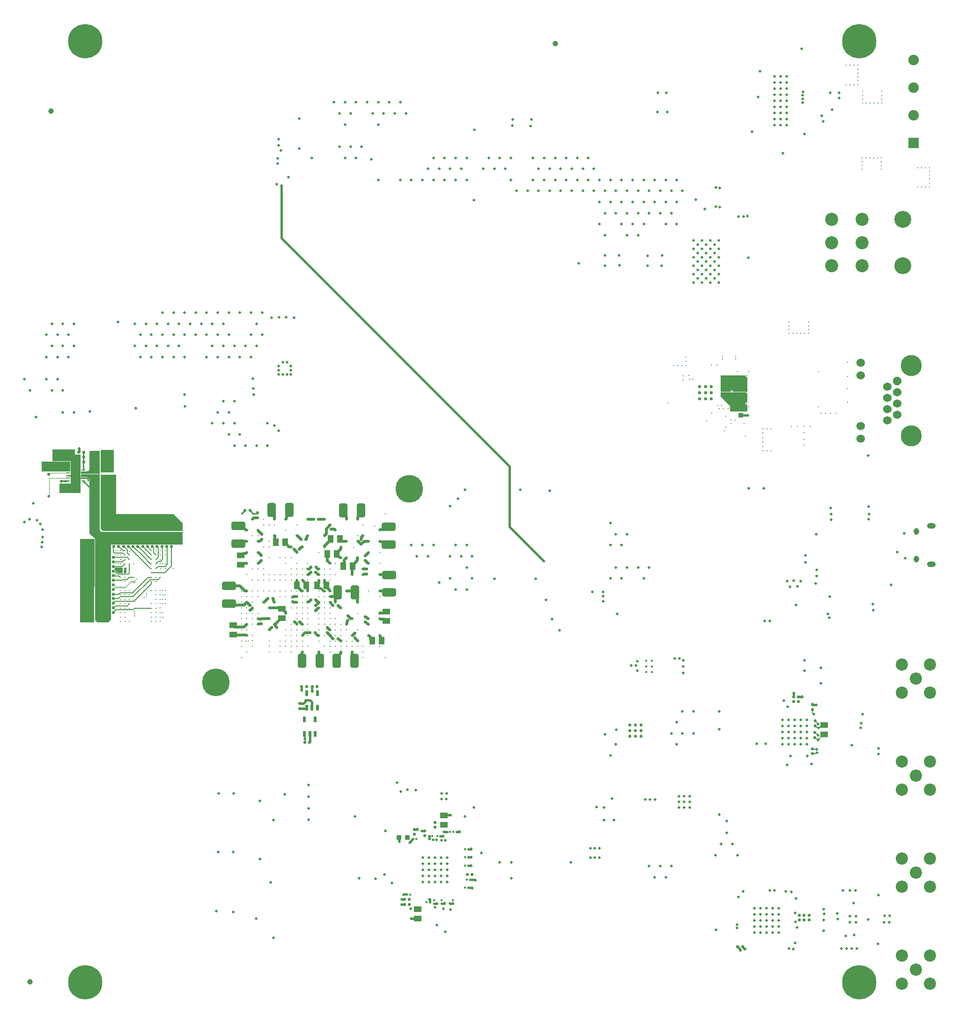
<source format=gbl>
G04*
G04 #@! TF.GenerationSoftware,Altium Limited,Altium Designer,20.1.11 (218)*
G04*
G04 Layer_Physical_Order=14*
G04 Layer_Color=16711680*
%FSLAX24Y24*%
%MOIN*%
G70*
G04*
G04 #@! TF.SameCoordinates,C20E3654-7A5B-4E15-AF0D-48D46733EB80*
G04*
G04*
G04 #@! TF.FilePolarity,Positive*
G04*
G01*
G75*
%ADD13C,0.0200*%
%ADD15C,0.0100*%
G04:AMPARAMS|DCode=42|XSize=20mil|YSize=20mil|CornerRadius=6mil|HoleSize=0mil|Usage=FLASHONLY|Rotation=180.000|XOffset=0mil|YOffset=0mil|HoleType=Round|Shape=RoundedRectangle|*
%AMROUNDEDRECTD42*
21,1,0.0200,0.0080,0,0,180.0*
21,1,0.0080,0.0200,0,0,180.0*
1,1,0.0120,-0.0040,0.0040*
1,1,0.0120,0.0040,0.0040*
1,1,0.0120,0.0040,-0.0040*
1,1,0.0120,-0.0040,-0.0040*
%
%ADD42ROUNDEDRECTD42*%
G04:AMPARAMS|DCode=44|XSize=20mil|YSize=20mil|CornerRadius=6mil|HoleSize=0mil|Usage=FLASHONLY|Rotation=90.000|XOffset=0mil|YOffset=0mil|HoleType=Round|Shape=RoundedRectangle|*
%AMROUNDEDRECTD44*
21,1,0.0200,0.0080,0,0,90.0*
21,1,0.0080,0.0200,0,0,90.0*
1,1,0.0120,0.0040,0.0040*
1,1,0.0120,0.0040,-0.0040*
1,1,0.0120,-0.0040,-0.0040*
1,1,0.0120,-0.0040,0.0040*
%
%ADD44ROUNDEDRECTD44*%
G04:AMPARAMS|DCode=49|XSize=55mil|YSize=43mil|CornerRadius=8mil|HoleSize=0mil|Usage=FLASHONLY|Rotation=90.000|XOffset=0mil|YOffset=0mil|HoleType=Round|Shape=RoundedRectangle|*
%AMROUNDEDRECTD49*
21,1,0.0550,0.0271,0,0,90.0*
21,1,0.0391,0.0430,0,0,90.0*
1,1,0.0159,0.0135,0.0195*
1,1,0.0159,0.0135,-0.0195*
1,1,0.0159,-0.0135,-0.0195*
1,1,0.0159,-0.0135,0.0195*
%
%ADD49ROUNDEDRECTD49*%
G04:AMPARAMS|DCode=55|XSize=98.4mil|YSize=59.1mil|CornerRadius=11.8mil|HoleSize=0mil|Usage=FLASHONLY|Rotation=0.000|XOffset=0mil|YOffset=0mil|HoleType=Round|Shape=RoundedRectangle|*
%AMROUNDEDRECTD55*
21,1,0.0984,0.0354,0,0,0.0*
21,1,0.0748,0.0591,0,0,0.0*
1,1,0.0236,0.0374,-0.0177*
1,1,0.0236,-0.0374,-0.0177*
1,1,0.0236,-0.0374,0.0177*
1,1,0.0236,0.0374,0.0177*
%
%ADD55ROUNDEDRECTD55*%
G04:AMPARAMS|DCode=57|XSize=35mil|YSize=34mil|CornerRadius=6mil|HoleSize=0mil|Usage=FLASHONLY|Rotation=180.000|XOffset=0mil|YOffset=0mil|HoleType=Round|Shape=RoundedRectangle|*
%AMROUNDEDRECTD57*
21,1,0.0350,0.0221,0,0,180.0*
21,1,0.0231,0.0340,0,0,180.0*
1,1,0.0119,-0.0116,0.0111*
1,1,0.0119,0.0116,0.0111*
1,1,0.0119,0.0116,-0.0111*
1,1,0.0119,-0.0116,-0.0111*
%
%ADD57ROUNDEDRECTD57*%
G04:AMPARAMS|DCode=58|XSize=98.4mil|YSize=59.1mil|CornerRadius=11.8mil|HoleSize=0mil|Usage=FLASHONLY|Rotation=270.000|XOffset=0mil|YOffset=0mil|HoleType=Round|Shape=RoundedRectangle|*
%AMROUNDEDRECTD58*
21,1,0.0984,0.0354,0,0,270.0*
21,1,0.0748,0.0591,0,0,270.0*
1,1,0.0236,-0.0177,-0.0374*
1,1,0.0236,-0.0177,0.0374*
1,1,0.0236,0.0177,0.0374*
1,1,0.0236,0.0177,-0.0374*
%
%ADD58ROUNDEDRECTD58*%
G04:AMPARAMS|DCode=67|XSize=71mil|YSize=47mil|CornerRadius=8mil|HoleSize=0mil|Usage=FLASHONLY|Rotation=0.000|XOffset=0mil|YOffset=0mil|HoleType=Round|Shape=RoundedRectangle|*
%AMROUNDEDRECTD67*
21,1,0.0710,0.0310,0,0,0.0*
21,1,0.0550,0.0470,0,0,0.0*
1,1,0.0160,0.0275,-0.0155*
1,1,0.0160,-0.0275,-0.0155*
1,1,0.0160,-0.0275,0.0155*
1,1,0.0160,0.0275,0.0155*
%
%ADD67ROUNDEDRECTD67*%
G04:AMPARAMS|DCode=77|XSize=55mil|YSize=43mil|CornerRadius=8mil|HoleSize=0mil|Usage=FLASHONLY|Rotation=0.000|XOffset=0mil|YOffset=0mil|HoleType=Round|Shape=RoundedRectangle|*
%AMROUNDEDRECTD77*
21,1,0.0550,0.0271,0,0,0.0*
21,1,0.0391,0.0430,0,0,0.0*
1,1,0.0159,0.0195,-0.0135*
1,1,0.0159,-0.0195,-0.0135*
1,1,0.0159,-0.0195,0.0135*
1,1,0.0159,0.0195,0.0135*
%
%ADD77ROUNDEDRECTD77*%
G04:AMPARAMS|DCode=91|XSize=35mil|YSize=34mil|CornerRadius=9mil|HoleSize=0mil|Usage=FLASHONLY|Rotation=270.000|XOffset=0mil|YOffset=0mil|HoleType=Round|Shape=RoundedRectangle|*
%AMROUNDEDRECTD91*
21,1,0.0350,0.0160,0,0,270.0*
21,1,0.0170,0.0340,0,0,270.0*
1,1,0.0180,-0.0080,-0.0085*
1,1,0.0180,-0.0080,0.0085*
1,1,0.0180,0.0080,0.0085*
1,1,0.0180,0.0080,-0.0085*
%
%ADD91ROUNDEDRECTD91*%
%ADD201C,0.0197*%
%ADD218C,0.0394*%
%ADD233C,0.0160*%
%ADD234C,0.0080*%
%ADD235C,0.0180*%
%ADD236C,0.0040*%
%ADD239C,0.0045*%
%ADD241C,0.0070*%
%ADD247R,0.0750X0.0750*%
%ADD248C,0.0750*%
%ADD249C,0.2441*%
%ADD250C,0.0866*%
%ADD251C,0.1969*%
%ADD252C,0.1200*%
%ADD253C,0.0930*%
%ADD254C,0.0236*%
G04:AMPARAMS|DCode=255|XSize=37.4mil|YSize=61mil|CornerRadius=18.7mil|HoleSize=0mil|Usage=FLASHONLY|Rotation=270.000|XOffset=0mil|YOffset=0mil|HoleType=Round|Shape=RoundedRectangle|*
%AMROUNDEDRECTD255*
21,1,0.0374,0.0236,0,0,270.0*
21,1,0.0000,0.0610,0,0,270.0*
1,1,0.0374,-0.0118,0.0000*
1,1,0.0374,-0.0118,0.0000*
1,1,0.0374,0.0118,0.0000*
1,1,0.0374,0.0118,0.0000*
%
%ADD255ROUNDEDRECTD255*%
G04:AMPARAMS|DCode=256|XSize=49.2mil|YSize=37.4mil|CornerRadius=18.7mil|HoleSize=0mil|Usage=FLASHONLY|Rotation=270.000|XOffset=0mil|YOffset=0mil|HoleType=Round|Shape=RoundedRectangle|*
%AMROUNDEDRECTD256*
21,1,0.0492,0.0000,0,0,270.0*
21,1,0.0118,0.0374,0,0,270.0*
1,1,0.0374,0.0000,-0.0059*
1,1,0.0374,0.0000,0.0059*
1,1,0.0374,0.0000,0.0059*
1,1,0.0374,0.0000,-0.0059*
%
%ADD256ROUNDEDRECTD256*%
%ADD257C,0.0600*%
%ADD258P,0.0649X8X112.5*%
%ADD259C,0.1500*%
%ADD260C,0.0120*%
%ADD261C,0.0200*%
%ADD262C,0.0220*%
%ADD263C,0.0157*%
%ADD283R,0.0236X0.0413*%
G04:AMPARAMS|DCode=284|XSize=94.5mil|YSize=65mil|CornerRadius=1.6mil|HoleSize=0mil|Usage=FLASHONLY|Rotation=90.000|XOffset=0mil|YOffset=0mil|HoleType=Round|Shape=RoundedRectangle|*
%AMROUNDEDRECTD284*
21,1,0.0945,0.0617,0,0,90.0*
21,1,0.0912,0.0650,0,0,90.0*
1,1,0.0032,0.0309,0.0456*
1,1,0.0032,0.0309,-0.0456*
1,1,0.0032,-0.0309,-0.0456*
1,1,0.0032,-0.0309,0.0456*
%
%ADD284ROUNDEDRECTD284*%
G04:AMPARAMS|DCode=285|XSize=9.4mil|YSize=23.6mil|CornerRadius=1.9mil|HoleSize=0mil|Usage=FLASHONLY|Rotation=90.000|XOffset=0mil|YOffset=0mil|HoleType=Round|Shape=RoundedRectangle|*
%AMROUNDEDRECTD285*
21,1,0.0094,0.0197,0,0,90.0*
21,1,0.0056,0.0236,0,0,90.0*
1,1,0.0039,0.0099,0.0028*
1,1,0.0039,0.0099,-0.0028*
1,1,0.0039,-0.0099,-0.0028*
1,1,0.0039,-0.0099,0.0028*
%
%ADD285ROUNDEDRECTD285*%
G04:AMPARAMS|DCode=286|XSize=35mil|YSize=34mil|CornerRadius=6mil|HoleSize=0mil|Usage=FLASHONLY|Rotation=90.000|XOffset=0mil|YOffset=0mil|HoleType=Round|Shape=RoundedRectangle|*
%AMROUNDEDRECTD286*
21,1,0.0350,0.0221,0,0,90.0*
21,1,0.0231,0.0340,0,0,90.0*
1,1,0.0119,0.0111,0.0116*
1,1,0.0119,0.0111,-0.0116*
1,1,0.0119,-0.0111,-0.0116*
1,1,0.0119,-0.0111,0.0116*
%
%ADD286ROUNDEDRECTD286*%
%ADD287R,0.0120X0.0180*%
%ADD288R,0.0180X0.0120*%
%ADD289C,0.0150*%
G36*
X52927Y45102D02*
X52947Y45072D01*
X52976Y45052D01*
X53011Y45045D01*
X53051Y45002D01*
X53051Y43997D01*
X52026D01*
X52025Y43997D01*
X52018Y44032D01*
X51998Y44062D01*
X51969Y44082D01*
X51934Y44089D01*
X51898Y44082D01*
X51869Y44062D01*
X51849Y44032D01*
X51842Y43997D01*
X51841Y43997D01*
X51147D01*
X51147Y45131D01*
X52921D01*
X52927Y45102D01*
D02*
G37*
G36*
X52951Y43922D02*
X52981Y43902D01*
X53016Y43896D01*
X53051Y43867D01*
Y43282D01*
X53019Y43256D01*
X52984Y43249D01*
X52954Y43229D01*
X52934Y43199D01*
X52927Y43164D01*
X52934Y43129D01*
X52954Y43099D01*
X52984Y43079D01*
X53019Y43072D01*
X53051Y43046D01*
Y42573D01*
X51868D01*
X51833Y42608D01*
X51833Y42964D01*
X51371Y43426D01*
X51360Y43441D01*
X51344Y43452D01*
X51147Y43649D01*
X51147Y43940D01*
X51863D01*
X51869Y43932D01*
X51898Y43912D01*
X51934Y43905D01*
X51969Y43912D01*
X51998Y43932D01*
X52004Y43940D01*
X52940D01*
X52951Y43922D01*
D02*
G37*
G36*
X4846Y38319D02*
X2826D01*
Y38998D01*
X4846D01*
Y38319D01*
D02*
G37*
G36*
X7941Y39846D02*
X7941Y38241D01*
X7044Y38241D01*
X7034Y38245D01*
Y39811D01*
X7069Y39846D01*
X7941Y39846D01*
D02*
G37*
G36*
X6938Y39768D02*
Y38155D01*
X5659D01*
X5624Y38191D01*
X5625Y38324D01*
X6082Y38324D01*
X6217Y38458D01*
X6217Y39732D01*
X6252Y39768D01*
X6938Y39768D01*
D02*
G37*
G36*
X5193Y39507D02*
X5589D01*
Y36768D01*
X4070D01*
Y37442D01*
X4878D01*
Y38318D01*
X4878Y38319D01*
Y38998D01*
X4878Y38999D01*
Y39043D01*
X3577D01*
Y39871D01*
X5193D01*
Y39507D01*
D02*
G37*
G36*
X8112Y35279D02*
X12214D01*
X12866Y34626D01*
X12866Y34064D01*
X7172D01*
X7006Y34229D01*
X7006Y38079D01*
X8112Y38079D01*
Y35279D01*
D02*
G37*
G36*
X8600Y31447D02*
Y31080D01*
X8286D01*
X8123Y31243D01*
X8101Y31258D01*
X8076Y31263D01*
X8035D01*
Y31267D01*
X8028Y31302D01*
X8019Y31317D01*
Y31464D01*
X8028Y31479D01*
X8030Y31488D01*
X8559D01*
X8600Y31447D01*
D02*
G37*
G36*
X6938Y34146D02*
X7067Y34017D01*
X7067Y34017D01*
X12861D01*
Y33103D01*
X7753D01*
X7759Y27772D01*
X7582Y27595D01*
X6779Y27595D01*
X6613Y27761D01*
X6613Y33561D01*
X6217Y33880D01*
Y37796D01*
X6082Y37930D01*
X5625Y37930D01*
X5624Y38063D01*
X5659Y38099D01*
X6938D01*
X6938Y34146D01*
D02*
G37*
G36*
X6570Y32135D02*
X6570Y31597D01*
X6575Y31592D01*
X6575Y30089D01*
X6566Y30080D01*
X6566Y29354D01*
X6566Y27587D01*
X5549Y27587D01*
X5549Y33516D01*
X6570D01*
X6570Y32135D01*
D02*
G37*
D13*
X17232Y27244D02*
X17431Y27443D01*
X16441Y27368D02*
X16556Y27253D01*
X16724D01*
X16733Y27244D01*
X17232D01*
X17690Y28440D02*
X17818Y28567D01*
X17658Y28440D02*
X17690D01*
X17818Y28567D02*
Y28603D01*
X25305Y35048D02*
X25331Y35074D01*
X25305Y34923D02*
Y35048D01*
X24517Y34923D02*
Y35070D01*
X24478Y35109D02*
X24517Y35070D01*
X22415Y30202D02*
X22545Y30332D01*
X23073Y34221D02*
X23332Y34481D01*
Y34526D01*
X23336Y34530D01*
X25556Y33485D02*
X25587Y33515D01*
Y33631D02*
X25698Y33742D01*
X25587Y33515D02*
Y33631D01*
X16441Y26682D02*
X17399D01*
X16166Y30180D02*
X16926D01*
X22545Y28997D02*
Y29022D01*
X26903Y26402D02*
X27023Y26282D01*
X26903Y26402D02*
Y26627D01*
X26880Y26650D02*
X26903Y26627D01*
X26206Y26429D02*
Y26542D01*
X26092Y26656D02*
X26206Y26542D01*
Y26429D02*
X26353Y26282D01*
X16166Y28904D02*
X16255Y28816D01*
X17229D02*
X17431Y29017D01*
X16255Y28816D02*
X17229D01*
X17352Y32488D02*
X17425Y32561D01*
X17431D01*
X18222Y32557D02*
X18235D01*
X18452Y32340D01*
X18218Y32561D02*
X18222Y32557D01*
X18240Y31778D02*
X18452Y31990D01*
X18222Y31778D02*
X18240D01*
X18218Y31774D02*
X18222Y31778D01*
X18170Y35013D02*
X18170Y35014D01*
X17920Y35013D02*
X18170D01*
X17830Y34923D02*
X17920Y35013D01*
X17824Y34923D02*
X17830D01*
X23150Y31960D02*
Y32449D01*
Y31960D02*
X23336Y31774D01*
X24605Y28049D02*
X24813Y27841D01*
X24907D01*
X24911Y27837D01*
X24561Y27655D02*
X24605Y27699D01*
X24561Y27492D02*
Y27655D01*
X24517Y27448D02*
X24561Y27492D01*
X24517Y27443D02*
Y27448D01*
X25864Y27628D02*
X25864D01*
X26045Y27447D01*
X26088D01*
X26092Y27443D01*
X25864Y27978D02*
X25869D01*
X26006Y27841D01*
X26088D01*
X26092Y27837D01*
X25864Y27622D02*
Y27628D01*
X24915Y31546D02*
X24953Y31584D01*
X24915Y30990D02*
Y31546D01*
X24911Y30986D02*
X24915Y30990D01*
X25736Y31018D02*
X25938D01*
X25704Y30986D02*
X25736Y31018D01*
X25698Y30986D02*
X25704D01*
X25716Y31368D02*
X25938D01*
X25704Y31380D02*
X25716Y31368D01*
X25698Y31380D02*
X25704D01*
X20790Y32764D02*
Y32769D01*
Y32764D02*
X20970Y32583D01*
Y32565D02*
Y32583D01*
Y32565D02*
X20974Y32561D01*
X21140Y32769D02*
X21145D01*
X21327Y32951D01*
X21364D01*
X21368Y32955D01*
X19403Y33353D02*
X19473Y33283D01*
X19403Y33353D02*
Y33738D01*
X19399Y33742D02*
X19403Y33738D01*
X20143Y33239D02*
Y33283D01*
Y33239D02*
X20423Y32959D01*
X20577D01*
X20580Y32955D01*
X23734Y29022D02*
Y29517D01*
X23868Y29652D01*
X23628Y29411D02*
X23734Y29517D01*
X23868Y29652D02*
Y29707D01*
X23336Y29411D02*
X23628D01*
X23730Y29018D02*
X23734Y29022D01*
X23340Y29002D02*
X23559Y28784D01*
X23340Y29002D02*
Y29014D01*
X23336Y29018D02*
X23340Y29014D01*
X23909Y28784D02*
X23914D01*
X24070Y28628D01*
X24120D01*
X24124Y28624D01*
X21356Y24845D02*
Y25457D01*
X21368Y25469D01*
Y25474D01*
X22549Y24912D02*
X22616Y24845D01*
X22549Y24912D02*
Y25474D01*
X20824Y27619D02*
Y27624D01*
Y27619D02*
X20970Y27472D01*
Y27447D02*
Y27472D01*
Y27447D02*
X20974Y27443D01*
X21174Y27624D02*
X21174D01*
X21351Y27447D01*
X21364D01*
X21368Y27443D01*
X21558Y26846D02*
X21929D01*
X21368Y26656D02*
X21558Y26846D01*
X22279D02*
X22279D01*
X22466Y26659D01*
X22545D01*
X22549Y26656D01*
X23320Y27049D02*
X23336D01*
X23144Y27208D02*
X23161D01*
X23320Y27049D01*
X23336Y26656D02*
X23562Y26430D01*
X23284Y26708D02*
X23336Y26656D01*
X23144Y26852D02*
Y26858D01*
Y26852D02*
X23284Y26713D01*
Y26708D02*
Y26713D01*
X23562Y26428D02*
Y26430D01*
X23912Y26428D02*
X23912D01*
X24075Y26266D01*
X24120D01*
X24124Y26262D01*
X23819Y24860D02*
Y25094D01*
X24120Y25395D01*
Y25471D01*
X24124Y25474D01*
X24915Y25024D02*
X25078Y24860D01*
X24915Y25024D02*
Y25471D01*
X24911Y25474D02*
X24915Y25471D01*
X25121Y26462D02*
Y26478D01*
Y26462D02*
X25305Y26278D01*
Y26262D02*
Y26278D01*
X25116Y26828D02*
X25121D01*
X24947Y26659D02*
X25116Y26828D01*
X24915Y26659D02*
X24947D01*
X24911Y26656D02*
X24915Y26659D01*
X26880Y26650D02*
Y26656D01*
X26876Y28227D02*
X26880Y28230D01*
X27231Y28234D02*
X27341Y28344D01*
X26883Y28234D02*
X27231D01*
X26880Y28230D02*
X26883Y28234D01*
X27209Y27806D02*
X27341Y27674D01*
X26916Y27806D02*
X27209D01*
X26885Y27837D02*
X26916Y27806D01*
X26880Y27837D02*
X26885D01*
X21017Y33738D02*
X21280Y33476D01*
X20978Y33738D02*
X21017D01*
X20974Y33742D02*
X20978Y33738D01*
X21630Y33476D02*
X21673Y33520D01*
Y33649D01*
X21761Y33737D01*
Y33742D01*
X21786Y34905D02*
X22178D01*
X21767Y34923D02*
X21786Y34905D01*
X21761Y34923D02*
X21767D01*
X22528Y34905D02*
X22543Y34920D01*
X22939D01*
X22943Y34923D01*
X20242Y35370D02*
X20446Y35573D01*
X20242Y34984D02*
Y35370D01*
X20187Y34929D02*
X20242Y34984D01*
X20187Y34923D02*
Y34929D01*
X19186Y35573D02*
X19389Y35370D01*
Y34939D02*
Y35370D01*
Y34939D02*
X19399Y34929D01*
Y34923D02*
Y34929D01*
X16811Y34452D02*
X17045D01*
X17357Y34140D01*
X17427D01*
X17431Y34136D01*
X18222Y34110D02*
X18492Y33841D01*
X18222Y34110D02*
Y34132D01*
X18218Y34136D02*
X18222Y34132D01*
X18486Y33491D02*
X18492D01*
X18348Y33352D02*
X18486Y33491D01*
X18222Y33352D02*
X18348D01*
X18218Y33349D02*
X18222Y33352D01*
X16811Y33192D02*
X16967Y33348D01*
X17430D01*
X17431Y33349D01*
X16996Y32341D02*
X17142Y32488D01*
X17352D01*
X16996Y31671D02*
X17095Y31770D01*
X17427D01*
X17431Y31774D01*
X16926Y30180D02*
X17297Y29809D01*
X17427D01*
X17431Y29805D01*
X17399Y26682D02*
X17425Y26656D01*
X17431D01*
X17658Y28790D02*
Y28791D01*
X17431Y29017D02*
X17658Y28791D01*
X18247Y27467D02*
X18458D01*
X18224Y27443D02*
X18247Y27467D01*
X18218Y27443D02*
X18224D01*
X18458Y27817D02*
X18474Y27833D01*
X19002D01*
X19006Y27837D01*
X18243Y27817D02*
X18458D01*
X18224Y27837D02*
X18243Y27817D01*
X18218Y27837D02*
X18224D01*
X19859Y27866D02*
X19919D01*
X19439Y27447D02*
X19859Y27866D01*
X19403Y27447D02*
X19439D01*
X19399Y27443D02*
X19403Y27447D01*
X19551Y27223D02*
Y27228D01*
X19403Y27376D02*
X19551Y27228D01*
X19196Y27223D02*
X19201D01*
X19026Y27053D02*
X19196Y27223D01*
X19009Y27053D02*
X19026D01*
X19006Y27049D02*
X19009Y27053D01*
X19835Y28620D02*
X19919Y28536D01*
X19009Y28620D02*
X19835D01*
X19006Y28624D02*
X19009Y28620D01*
X19919Y28536D02*
X19963D01*
X20183Y28316D01*
Y28234D02*
Y28316D01*
Y28234D02*
X20187Y28230D01*
X18663Y29022D02*
X18929Y29288D01*
X18616Y29022D02*
X18663D01*
X18612Y29018D02*
X18616Y29022D01*
X19279Y29288D02*
X19323Y29244D01*
Y29100D02*
Y29244D01*
Y29100D02*
X19399Y29023D01*
Y29018D02*
Y29023D01*
X20697Y29385D02*
X20719Y29408D01*
X20970D01*
X20974Y29411D01*
X20697Y29035D02*
X20711Y29022D01*
X20970D01*
X20974Y29018D01*
X21836Y29032D02*
X21974Y29170D01*
X21776Y29032D02*
X21836D01*
X21761Y29018D02*
X21776Y29032D01*
X22325Y28427D02*
X22519Y28620D01*
X22545D01*
X22549Y28624D01*
X22325Y28777D02*
X22545Y28997D01*
X22324Y29170D02*
X22329D01*
X22478Y29022D01*
X22545D01*
X22333Y31142D02*
X22338D01*
X22490Y30990D01*
X22545D01*
X22549Y30986D01*
X22340Y31499D02*
X22345D01*
X22461Y31384D01*
X22545D01*
X22549Y31380D01*
X21984Y31499D02*
X21990D01*
X21869Y31384D02*
X21984Y31499D01*
X21765Y31384D02*
X21869D01*
X21761Y31380D02*
X21765Y31384D01*
X21978Y31142D02*
X21983D01*
X21826Y30990D02*
X21978Y31142D01*
X21765Y30990D02*
X21826D01*
X21761Y30986D02*
X21765Y30990D01*
X20978Y30212D02*
X20989Y30202D01*
X20978Y30212D02*
Y30589D01*
X20974Y30593D02*
X20978Y30589D01*
X20989Y30142D02*
Y30202D01*
Y30142D02*
X21321Y29809D01*
X21364D01*
X21368Y29805D01*
X21659Y30202D02*
Y30278D01*
X21372Y30565D02*
X21659Y30278D01*
X21372Y30565D02*
Y30589D01*
X21368Y30593D02*
X21372Y30589D01*
X21659Y30202D02*
X21758Y30103D01*
Y29809D02*
Y30103D01*
Y29809D02*
X21761Y29805D01*
X22545Y30332D02*
Y30589D01*
X22549Y30593D01*
X23085Y30126D02*
Y30202D01*
Y30126D02*
X23332Y29878D01*
Y29809D02*
Y29878D01*
Y29809D02*
X23336Y29805D01*
X22946Y30340D02*
X23085Y30202D01*
X22946Y30340D02*
Y30589D01*
X22943Y30593D02*
X22946Y30589D01*
X24517Y29805D02*
Y29811D01*
X27460Y29805D02*
X27563Y29702D01*
X26880Y29805D02*
X27460D01*
X25030D02*
X25128Y29707D01*
X24517Y29805D02*
X25030D01*
X25128Y29707D02*
X25301Y29534D01*
Y29022D02*
Y29534D01*
Y29022D02*
X25305Y29018D01*
X25938Y31368D02*
X25962Y31392D01*
X24907Y30982D02*
X24911Y30986D01*
X27539D02*
X27563Y30962D01*
X26880Y30986D02*
X27539D01*
X27312Y33328D02*
X27515Y33125D01*
X26905Y33328D02*
X27312D01*
X26885Y33349D02*
X26905Y33328D01*
X26880Y33349D02*
X26885D01*
X27312Y34182D02*
X27515Y34385D01*
X26931Y34182D02*
X27312D01*
X26885Y34136D02*
X26931Y34182D01*
X26880Y34136D02*
X26885D01*
X25346Y33345D02*
X25556Y33135D01*
X25309Y33345D02*
X25346D01*
X25305Y33349D02*
X25309Y33345D01*
X25556Y33135D02*
X25770Y33349D01*
X26092D01*
X25848Y32329D02*
X26076Y32557D01*
X26088D01*
X26092Y32561D01*
X25848Y31978D02*
X26049Y31778D01*
X26088D01*
X26092Y31774D01*
X24953Y31584D02*
Y31644D01*
X25301Y31992D01*
Y32164D01*
X25305Y32167D01*
X24283Y31584D02*
X24364Y31666D01*
Y32014D01*
X24517Y32167D01*
X23073Y33878D02*
Y34221D01*
X22943Y33748D02*
X23073Y33878D01*
X22943Y33742D02*
Y33748D01*
X24056Y33515D02*
Y33516D01*
Y33515D02*
X24219Y33352D01*
X24514D01*
X24517Y33349D01*
X23820Y32405D02*
Y32449D01*
Y32405D02*
X24054Y32171D01*
X24120D01*
X24124Y32167D01*
X23820Y32449D02*
Y32509D01*
X24120Y32809D01*
Y32951D01*
X24124Y32955D01*
X23386Y33456D02*
Y33516D01*
X22946Y33016D02*
X23386Y33456D01*
X22946Y32959D02*
Y33016D01*
X22943Y32955D02*
X22946Y32959D01*
X23423Y34221D02*
X23635D01*
X23721Y34136D01*
X23730D01*
D15*
X25331Y35074D02*
Y35337D01*
X24478Y35109D02*
Y35337D01*
X21542Y19113D02*
Y19635D01*
X21532Y19645D02*
X21542Y19635D01*
Y19113D02*
X21552Y19103D01*
X4694Y38029D02*
X5019D01*
X5797Y37630D02*
X6602Y36825D01*
X5442Y37832D02*
X5797D01*
Y38422D02*
Y39691D01*
X5246Y38029D02*
X5442Y37832D01*
X5019Y38029D02*
X5246D01*
X5797Y39691D02*
X5808D01*
X4220Y37635D02*
X4694D01*
X4220Y37602D02*
Y37635D01*
X6105Y37655D02*
Y37773D01*
X6046Y37832D02*
X6105Y37773D01*
X5797Y37832D02*
X6046D01*
X5797Y37832D02*
X5797Y37832D01*
X5797Y37630D02*
Y37635D01*
X17063Y35321D02*
X17295Y35553D01*
X17041Y35321D02*
X17063D01*
X17037Y35317D02*
X17041Y35321D01*
X17645Y35548D02*
Y35553D01*
Y35548D02*
X17821Y35373D01*
Y35321D02*
Y35373D01*
Y35321D02*
X17824Y35317D01*
X18127Y35321D02*
X18170Y35364D01*
X17828Y35321D02*
X18127D01*
X17824Y35317D02*
X17828Y35321D01*
X24275Y35541D02*
X24478Y35337D01*
X25331D02*
X25535Y35541D01*
D42*
X57452Y6411D02*
D03*
Y6761D02*
D03*
X30097Y12749D02*
D03*
Y12399D02*
D03*
X9663Y33320D02*
D03*
Y32970D02*
D03*
X9321D02*
D03*
Y33320D02*
D03*
X12057Y32970D02*
D03*
Y33320D02*
D03*
X10005Y32970D02*
D03*
Y33320D02*
D03*
X10347D02*
D03*
Y32970D02*
D03*
X10689Y33320D02*
D03*
Y32970D02*
D03*
X11031Y33320D02*
D03*
Y32970D02*
D03*
X8979Y33320D02*
D03*
Y32970D02*
D03*
X11373Y33320D02*
D03*
Y32970D02*
D03*
X11715D02*
D03*
Y33320D02*
D03*
X8637Y32970D02*
D03*
Y33320D02*
D03*
X21195Y21456D02*
D03*
Y21806D02*
D03*
X8879Y33896D02*
D03*
Y34246D02*
D03*
X9618Y33896D02*
D03*
Y34246D02*
D03*
X8496Y33896D02*
D03*
Y34246D02*
D03*
X7732Y33896D02*
D03*
Y34246D02*
D03*
X8114Y33896D02*
D03*
Y34246D02*
D03*
X9261Y33896D02*
D03*
Y34246D02*
D03*
X3328Y38111D02*
D03*
Y38461D02*
D03*
X4220Y37602D02*
D03*
Y37252D02*
D03*
X11349Y33849D02*
D03*
Y34199D02*
D03*
X7953Y33320D02*
D03*
Y32970D02*
D03*
X11698Y34199D02*
D03*
Y33849D02*
D03*
X12061Y34200D02*
D03*
Y33850D02*
D03*
X8295Y33320D02*
D03*
Y32970D02*
D03*
X11000Y34199D02*
D03*
Y33849D02*
D03*
X10652Y34199D02*
D03*
Y33849D02*
D03*
X18170Y35364D02*
D03*
Y35014D02*
D03*
X25864Y27978D02*
D03*
Y27628D02*
D03*
X25556Y33135D02*
D03*
Y33485D02*
D03*
X25848Y31978D02*
D03*
Y32329D02*
D03*
X25938Y31368D02*
D03*
Y31018D02*
D03*
X18492Y33491D02*
D03*
Y33841D02*
D03*
X18452Y31990D02*
D03*
Y32340D02*
D03*
X17658Y28790D02*
D03*
Y28440D02*
D03*
X20697Y29035D02*
D03*
Y29385D02*
D03*
X22325Y28777D02*
D03*
Y28427D02*
D03*
X18458Y27817D02*
D03*
Y27467D02*
D03*
X23144Y27208D02*
D03*
Y26858D02*
D03*
X25121Y26478D02*
D03*
Y26828D02*
D03*
X24605Y27699D02*
D03*
Y28049D02*
D03*
X51744Y44106D02*
D03*
Y43756D02*
D03*
X57681Y18581D02*
D03*
Y18231D02*
D03*
X57688Y21381D02*
D03*
Y21731D02*
D03*
X56698Y21941D02*
D03*
Y22291D02*
D03*
X56336Y22289D02*
D03*
Y21939D02*
D03*
X57864Y19397D02*
D03*
Y19747D02*
D03*
X57871Y20572D02*
D03*
Y20222D02*
D03*
X30830Y13352D02*
D03*
Y13002D02*
D03*
X29341Y12862D02*
D03*
Y12512D02*
D03*
D44*
X52366Y4510D02*
D03*
X52716D02*
D03*
X56748Y6761D02*
D03*
X57098D02*
D03*
X56748Y6400D02*
D03*
X57098D02*
D03*
X28997Y7514D02*
D03*
X28647D02*
D03*
X21677Y23009D02*
D03*
X21327D02*
D03*
X22079Y23021D02*
D03*
X22429D02*
D03*
X21549Y19043D02*
D03*
X21899D02*
D03*
X5808Y39691D02*
D03*
X5458D02*
D03*
X5808Y38972D02*
D03*
X5458D02*
D03*
Y39331D02*
D03*
X5808D02*
D03*
X7903Y31227D02*
D03*
X7553D02*
D03*
Y28288D02*
D03*
X7903D02*
D03*
X7553Y29595D02*
D03*
X7903D02*
D03*
X7553Y28615D02*
D03*
X7903D02*
D03*
X7553Y32207D02*
D03*
X7903D02*
D03*
Y28941D02*
D03*
X7553D02*
D03*
Y29268D02*
D03*
X7903D02*
D03*
X8753Y31186D02*
D03*
X8403D02*
D03*
X7553Y31880D02*
D03*
X7903D02*
D03*
X7553Y31554D02*
D03*
X7903D02*
D03*
Y30901D02*
D03*
X7553D02*
D03*
Y30574D02*
D03*
X7903D02*
D03*
Y30248D02*
D03*
X7553D02*
D03*
X7903Y29921D02*
D03*
X7553D02*
D03*
X6448Y32715D02*
D03*
X6798D02*
D03*
X6454Y32358D02*
D03*
X6804D02*
D03*
X6451Y31327D02*
D03*
X6801D02*
D03*
X6455Y30988D02*
D03*
X6805D02*
D03*
X6455Y30642D02*
D03*
X6805D02*
D03*
X6452Y30296D02*
D03*
X6802D02*
D03*
X6455Y28229D02*
D03*
X6805D02*
D03*
X6455Y28576D02*
D03*
X6805D02*
D03*
X6455Y28921D02*
D03*
X6805D02*
D03*
X6453Y29275D02*
D03*
X6803D02*
D03*
X17295Y35553D02*
D03*
X17645D02*
D03*
X22528Y34905D02*
D03*
X22178D02*
D03*
X23423Y34221D02*
D03*
X23073D02*
D03*
X22340Y31499D02*
D03*
X21990D02*
D03*
X21983Y31142D02*
D03*
X22333D02*
D03*
X21140Y32769D02*
D03*
X20790D02*
D03*
X21974Y29170D02*
D03*
X22324D02*
D03*
X23909Y28784D02*
D03*
X23559D02*
D03*
X19279Y29288D02*
D03*
X18929D02*
D03*
X19201Y27223D02*
D03*
X19551D02*
D03*
X21174Y27624D02*
D03*
X20824D02*
D03*
X22279Y26846D02*
D03*
X21929D02*
D03*
X23912Y26428D02*
D03*
X23562D02*
D03*
X21630Y33476D02*
D03*
X21280D02*
D03*
X29001Y7867D02*
D03*
X28651D02*
D03*
X33461Y9637D02*
D03*
X33111D02*
D03*
D49*
X6602Y39403D02*
D03*
X7272D02*
D03*
X6603Y35945D02*
D03*
X7273D02*
D03*
X6602Y38543D02*
D03*
X7272D02*
D03*
X6602Y37684D02*
D03*
X7272D02*
D03*
X6602Y36825D02*
D03*
X7272D02*
D03*
X23820Y32449D02*
D03*
X23150D02*
D03*
X23386Y33516D02*
D03*
X24056D02*
D03*
X24953Y31584D02*
D03*
X24283D02*
D03*
X21659Y30202D02*
D03*
X20989D02*
D03*
X22415Y30202D02*
D03*
X23085D02*
D03*
X20143Y33283D02*
D03*
X19473D02*
D03*
X27023Y26282D02*
D03*
X26353D02*
D03*
D55*
X16166Y28904D02*
D03*
Y30164D02*
D03*
X16811Y33192D02*
D03*
Y34452D02*
D03*
X27563Y29702D02*
D03*
Y30962D02*
D03*
X27515Y33125D02*
D03*
Y34385D02*
D03*
D57*
X6908Y27773D02*
D03*
X6318D02*
D03*
X6211Y31841D02*
D03*
X6801D02*
D03*
X6262Y29764D02*
D03*
X6852D02*
D03*
X28855Y12274D02*
D03*
X28265D02*
D03*
D58*
X25128Y29707D02*
D03*
X23868D02*
D03*
X25078Y24860D02*
D03*
X23819D02*
D03*
X22616Y24845D02*
D03*
X21356D02*
D03*
X25535Y35541D02*
D03*
X24275D02*
D03*
X20446Y35573D02*
D03*
X19186D02*
D03*
D67*
X52441Y43650D02*
D03*
Y44790D02*
D03*
D77*
X3955Y38608D02*
D03*
Y39278D02*
D03*
X16996Y32341D02*
D03*
Y31671D02*
D03*
X16441Y27368D02*
D03*
Y26698D02*
D03*
X27341Y27674D02*
D03*
Y28344D02*
D03*
X19919Y28536D02*
D03*
Y27866D02*
D03*
X58506Y19603D02*
D03*
Y20273D02*
D03*
X31435Y13861D02*
D03*
Y13191D02*
D03*
X29583Y6521D02*
D03*
Y7191D02*
D03*
D91*
X52594Y42314D02*
D03*
Y42904D02*
D03*
D201*
X42864Y13511D02*
D03*
X42306Y14433D02*
D03*
X42842Y14423D02*
D03*
X60791Y6240D02*
D03*
X60358D02*
D03*
X60791Y6673D02*
D03*
X60358D02*
D03*
X53544Y5523D02*
D03*
Y5956D02*
D03*
Y6390D02*
D03*
Y6823D02*
D03*
Y7256D02*
D03*
X53977Y5523D02*
D03*
Y5956D02*
D03*
Y6390D02*
D03*
Y6823D02*
D03*
Y7256D02*
D03*
X54410Y5523D02*
D03*
Y5956D02*
D03*
Y6390D02*
D03*
Y6823D02*
D03*
Y7256D02*
D03*
X54843Y5523D02*
D03*
Y5956D02*
D03*
Y6390D02*
D03*
Y6823D02*
D03*
Y7256D02*
D03*
X55276Y5523D02*
D03*
Y5956D02*
D03*
Y6390D02*
D03*
Y6823D02*
D03*
Y7256D02*
D03*
X52537Y4240D02*
D03*
X52328Y5840D02*
D03*
X52325Y6091D02*
D03*
X54978Y8505D02*
D03*
X54641D02*
D03*
X55801Y8449D02*
D03*
X56303Y4359D02*
D03*
X56468Y6271D02*
D03*
X56592Y5885D02*
D03*
X56458Y6910D02*
D03*
X56170Y8399D02*
D03*
X59741Y4366D02*
D03*
X59464Y6888D02*
D03*
X59866Y8516D02*
D03*
X60126Y4383D02*
D03*
X60482Y4393D02*
D03*
X60638Y5351D02*
D03*
X60605Y7621D02*
D03*
X60340Y8509D02*
D03*
X62797Y6247D02*
D03*
X62807Y6712D02*
D03*
X50820Y5714D02*
D03*
X52422Y8047D02*
D03*
X56454Y4792D02*
D03*
X56502Y7935D02*
D03*
X59487Y6465D02*
D03*
X52881Y4355D02*
D03*
X52741Y8436D02*
D03*
X56012Y4387D02*
D03*
X58514Y6839D02*
D03*
X60865Y4381D02*
D03*
X60056Y5278D02*
D03*
X62391Y8184D02*
D03*
X60762Y8514D02*
D03*
X63152Y6242D02*
D03*
X63172Y6703D02*
D03*
X58496Y5661D02*
D03*
X58487Y6430D02*
D03*
X58493Y7188D02*
D03*
X62345Y4708D02*
D03*
X61651Y6455D02*
D03*
X6102Y33071D02*
D03*
X5906Y32677D02*
D03*
X6102Y32284D02*
D03*
Y31496D02*
D03*
X5906Y31102D02*
D03*
X6102Y30709D02*
D03*
X5906Y30315D02*
D03*
Y29528D02*
D03*
X6102Y29134D02*
D03*
X5906Y28740D02*
D03*
X6102Y28347D02*
D03*
X5906Y27953D02*
D03*
X12303Y35039D02*
D03*
X12008Y34449D02*
D03*
X11713Y35039D02*
D03*
X11417Y34449D02*
D03*
X11122Y35039D02*
D03*
X10827Y34449D02*
D03*
X10531Y35039D02*
D03*
X9941D02*
D03*
X9350D02*
D03*
X9055Y34449D02*
D03*
X8760Y35039D02*
D03*
X7874Y36811D02*
D03*
Y35630D02*
D03*
X8169Y35039D02*
D03*
X7579D02*
D03*
X18504Y49606D02*
D03*
X18110Y48819D02*
D03*
X18504Y48032D02*
D03*
X18110Y47244D02*
D03*
X17717Y49606D02*
D03*
Y48032D02*
D03*
X17323Y47244D02*
D03*
X17717Y46457D02*
D03*
X16929Y49606D02*
D03*
X16536Y47244D02*
D03*
X16929Y46457D02*
D03*
X16142Y49606D02*
D03*
X15748Y48819D02*
D03*
X16142Y48032D02*
D03*
X15748Y47244D02*
D03*
X16142Y46457D02*
D03*
X15354Y49606D02*
D03*
X14961Y48819D02*
D03*
X15354Y48032D02*
D03*
X14961Y47244D02*
D03*
X15354Y46457D02*
D03*
X14567Y49606D02*
D03*
X14173Y48819D02*
D03*
X14567Y48032D02*
D03*
Y46457D02*
D03*
X13780Y49606D02*
D03*
X13386Y48819D02*
D03*
X13780Y48032D02*
D03*
X12992Y49606D02*
D03*
X12599Y48819D02*
D03*
X12992Y48032D02*
D03*
X12599Y47244D02*
D03*
X12992Y46457D02*
D03*
X12205Y49606D02*
D03*
X11811Y48819D02*
D03*
X12205Y48032D02*
D03*
X11811Y47244D02*
D03*
X12205Y46457D02*
D03*
X11417Y49606D02*
D03*
X11024Y48819D02*
D03*
X11417Y48032D02*
D03*
X11024Y47244D02*
D03*
X11417Y46457D02*
D03*
X10236Y48819D02*
D03*
X10630Y48032D02*
D03*
X10236Y47244D02*
D03*
X10630Y46457D02*
D03*
X9449Y48819D02*
D03*
X9843Y48032D02*
D03*
X9449Y47244D02*
D03*
X9843Y46457D02*
D03*
X5118Y48819D02*
D03*
X4725Y48032D02*
D03*
X5118Y47244D02*
D03*
X4725Y46457D02*
D03*
X4331Y48819D02*
D03*
X3937Y48032D02*
D03*
X4331Y47244D02*
D03*
X3937Y46457D02*
D03*
X3543Y48819D02*
D03*
X3150Y48032D02*
D03*
X3543Y47244D02*
D03*
X3150Y46457D02*
D03*
X52772Y56452D02*
D03*
X52426Y56449D02*
D03*
X53055Y56470D02*
D03*
X47638Y10236D02*
D03*
X47244Y9449D02*
D03*
X46851Y10236D02*
D03*
X46457Y9449D02*
D03*
X46063Y10236D02*
D03*
X51080Y58489D02*
D03*
X50834Y58510D02*
D03*
X51080Y57116D02*
D03*
X50819Y57132D02*
D03*
X49397Y57640D02*
D03*
X50004Y56991D02*
D03*
X53108Y53500D02*
D03*
X46962Y52961D02*
D03*
X46994Y53680D02*
D03*
X45951Y53663D02*
D03*
Y52955D02*
D03*
X43945Y52982D02*
D03*
X43908Y53680D02*
D03*
X42907Y53690D02*
D03*
X42934Y52944D02*
D03*
X41046Y53116D02*
D03*
X43796Y28166D02*
D03*
X54291Y27679D02*
D03*
X54661Y27689D02*
D03*
X56530Y28822D02*
D03*
X61726Y35266D02*
D03*
X59007Y34888D02*
D03*
X58976Y35730D02*
D03*
X61685Y34925D02*
D03*
X61694Y35798D02*
D03*
X61969Y28872D02*
D03*
X62015Y28443D02*
D03*
X63707Y32588D02*
D03*
X63297Y30261D02*
D03*
X64272Y32159D02*
D03*
X64210Y33898D02*
D03*
X61667Y39441D02*
D03*
X53062Y42310D02*
D03*
X54209Y37118D02*
D03*
X53165Y37106D02*
D03*
X59015Y35283D02*
D03*
X56068Y30125D02*
D03*
X56621Y30132D02*
D03*
X55895Y30526D02*
D03*
X56351Y30533D02*
D03*
X56862Y30530D02*
D03*
X58775Y28196D02*
D03*
X58915Y29403D02*
D03*
X57948Y33834D02*
D03*
X57183Y32343D02*
D03*
X57183Y31861D02*
D03*
X57984Y31330D02*
D03*
X57990Y30894D02*
D03*
X57904Y30355D02*
D03*
X58900Y27899D02*
D03*
X43726Y19953D02*
D03*
X48425Y58268D02*
D03*
X48032Y55906D02*
D03*
X47244Y59055D02*
D03*
Y55906D02*
D03*
X46457Y59055D02*
D03*
X46851Y58268D02*
D03*
X46063D02*
D03*
X45669Y57480D02*
D03*
Y55906D02*
D03*
X44882Y59055D02*
D03*
X45276Y58268D02*
D03*
Y56693D02*
D03*
Y55118D02*
D03*
X44095Y59055D02*
D03*
X44488Y58268D02*
D03*
Y56693D02*
D03*
X44095Y55906D02*
D03*
X44488Y55118D02*
D03*
X43701Y58268D02*
D03*
X43307Y57480D02*
D03*
X43701Y18898D02*
D03*
X43307Y18110D02*
D03*
X42914Y58268D02*
D03*
Y56693D02*
D03*
X42520Y55906D02*
D03*
X42914Y55118D02*
D03*
X41732Y60630D02*
D03*
X42126Y59843D02*
D03*
Y58268D02*
D03*
X40945Y60630D02*
D03*
Y59055D02*
D03*
X41339Y58268D02*
D03*
X40551Y59843D02*
D03*
X40158Y59055D02*
D03*
X39370Y60630D02*
D03*
X39764Y59843D02*
D03*
X38583Y60630D02*
D03*
X38977Y59843D02*
D03*
X38583Y59055D02*
D03*
X38977Y58268D02*
D03*
X37795Y60630D02*
D03*
X38189Y59843D02*
D03*
Y58268D02*
D03*
X37402D02*
D03*
X36221Y60630D02*
D03*
X36614Y58268D02*
D03*
X35433Y60630D02*
D03*
X35827Y59843D02*
D03*
X34646Y60630D02*
D03*
X35040Y59843D02*
D03*
X34252D02*
D03*
X33071Y60630D02*
D03*
Y59055D02*
D03*
X32284Y60630D02*
D03*
X32677Y59843D02*
D03*
X32284Y59055D02*
D03*
X31496Y60630D02*
D03*
X31890Y59843D02*
D03*
X31496Y59055D02*
D03*
X30709Y60630D02*
D03*
X31102Y59843D02*
D03*
X30709Y59055D02*
D03*
X30315Y59843D02*
D03*
X29921Y59055D02*
D03*
X29134D02*
D03*
X28347D02*
D03*
X26772D02*
D03*
X22071Y22669D02*
D03*
X5118Y42520D02*
D03*
X3937Y44882D02*
D03*
X4331Y44095D02*
D03*
Y42520D02*
D03*
X3150Y44882D02*
D03*
X3543Y44095D02*
D03*
X1575Y44882D02*
D03*
X1969Y44095D02*
D03*
X21321Y22736D02*
D03*
X21468Y21451D02*
D03*
Y21801D02*
D03*
X37631Y62897D02*
D03*
X37674Y63361D02*
D03*
X36325Y62907D02*
D03*
X36346Y63339D02*
D03*
X33607Y62628D02*
D03*
X33576Y57627D02*
D03*
X47348Y63891D02*
D03*
X46644D02*
D03*
X47277Y65250D02*
D03*
X46687Y65234D02*
D03*
X53804Y64960D02*
D03*
X53399Y62476D02*
D03*
X55592Y60960D02*
D03*
X57123Y62312D02*
D03*
X58360Y63603D02*
D03*
X58463Y63206D02*
D03*
X59101Y64033D02*
D03*
X56910Y68378D02*
D03*
X53945Y66794D02*
D03*
X30822Y7328D02*
D03*
X33573Y14409D02*
D03*
X32941Y13764D02*
D03*
X31924Y13875D02*
D03*
X27761Y9056D02*
D03*
X29083Y7211D02*
D03*
X31564Y5584D02*
D03*
X30951Y6057D02*
D03*
X31429Y7211D02*
D03*
X31922Y7139D02*
D03*
X34112Y11169D02*
D03*
X36260Y9383D02*
D03*
X36267Y10524D02*
D03*
X35416D02*
D03*
X33698Y9241D02*
D03*
X33463Y8685D02*
D03*
X31605Y15010D02*
D03*
X31295Y15027D02*
D03*
X31662Y15404D02*
D03*
X31275Y15400D02*
D03*
X29454Y15646D02*
D03*
X28108Y16166D02*
D03*
X28867Y15697D02*
D03*
X28387Y15549D02*
D03*
X25130Y13778D02*
D03*
X27269Y12743D02*
D03*
X25433Y9375D02*
D03*
X26590Y9359D02*
D03*
X27203Y9649D02*
D03*
X28440Y7510D02*
D03*
X29133Y6514D02*
D03*
X28586Y8229D02*
D03*
X28444Y7864D02*
D03*
X30434Y7882D02*
D03*
X30964Y7587D02*
D03*
X31501Y7598D02*
D03*
X31872Y7591D02*
D03*
X33381Y10285D02*
D03*
Y10875D02*
D03*
Y11466D02*
D03*
X28274Y11991D02*
D03*
X29019Y11914D02*
D03*
X29548Y12866D02*
D03*
X29890Y12746D02*
D03*
X30408Y12174D02*
D03*
X31397Y12386D02*
D03*
X31458Y12690D02*
D03*
X32555Y12701D02*
D03*
X19890Y58651D02*
D03*
X38539Y31943D02*
D03*
X37972Y30683D02*
D03*
X38990Y36960D02*
D03*
X36892Y37017D02*
D03*
X32965Y37002D02*
D03*
X32449Y36385D02*
D03*
X31878Y35832D02*
D03*
X46063Y31496D02*
D03*
X45669Y30709D02*
D03*
X45276Y31496D02*
D03*
X44488D02*
D03*
X44095Y30709D02*
D03*
X43701Y31496D02*
D03*
X43307Y30709D02*
D03*
X44488Y33858D02*
D03*
X44095Y33071D02*
D03*
X43307Y34646D02*
D03*
X43701Y33858D02*
D03*
X43307Y33071D02*
D03*
X42014Y29735D02*
D03*
X42780Y29072D02*
D03*
X42793Y29433D02*
D03*
X42783Y29733D02*
D03*
X38722Y29165D02*
D03*
X39160Y27820D02*
D03*
X39699Y27011D02*
D03*
X51052Y19972D02*
D03*
X51067Y21253D02*
D03*
X48491Y24438D02*
D03*
X48474Y24889D02*
D03*
X48203Y25016D02*
D03*
X47889Y25011D02*
D03*
X51038Y13916D02*
D03*
X51598Y13462D02*
D03*
X51969Y11811D02*
D03*
X52362Y11024D02*
D03*
X51575Y12599D02*
D03*
X51181Y11811D02*
D03*
X50788Y11024D02*
D03*
X49213Y21260D02*
D03*
Y19685D02*
D03*
X48425Y21260D02*
D03*
X48032Y20473D02*
D03*
X48425Y19685D02*
D03*
X48032Y18898D02*
D03*
X47638Y19685D02*
D03*
X53708Y18955D02*
D03*
X54360Y18950D02*
D03*
X60491Y18841D02*
D03*
X62396Y18227D02*
D03*
X62399Y18612D02*
D03*
X61265Y21055D02*
D03*
X61120Y20078D02*
D03*
X61143Y20404D02*
D03*
X57612Y17500D02*
D03*
X55881Y17453D02*
D03*
X56133Y18093D02*
D03*
X57315Y18089D02*
D03*
X58106Y20095D02*
D03*
X58004Y18303D02*
D03*
X57980Y18542D02*
D03*
X58084Y19199D02*
D03*
X58092Y20342D02*
D03*
X58093Y19548D02*
D03*
X56957Y22298D02*
D03*
X56337Y22548D02*
D03*
X57950Y21704D02*
D03*
X57780Y21049D02*
D03*
X55912Y21576D02*
D03*
X55647Y21999D02*
D03*
X58269Y23232D02*
D03*
X58281Y24343D02*
D03*
X57109Y24161D02*
D03*
Y24874D02*
D03*
X35066Y30692D02*
D03*
X31115Y30424D02*
D03*
X33071Y33071D02*
D03*
X33465Y32284D02*
D03*
X33071Y31496D02*
D03*
X33465Y30709D02*
D03*
X33071Y29921D02*
D03*
X32284Y33071D02*
D03*
X32677Y32284D02*
D03*
X32284Y29921D02*
D03*
X31890Y32284D02*
D03*
Y30709D02*
D03*
X30709Y33071D02*
D03*
X29921D02*
D03*
X30315Y32284D02*
D03*
X29134Y33071D02*
D03*
X29528Y32284D02*
D03*
X4507Y37625D02*
D03*
X21824Y13539D02*
D03*
X21831Y14359D02*
D03*
X21811Y15185D02*
D03*
X21828Y16011D02*
D03*
X20127Y15334D02*
D03*
X18360Y14885D02*
D03*
X16495Y15421D02*
D03*
X15412Y15428D02*
D03*
X19331Y13520D02*
D03*
X16440Y11241D02*
D03*
X15371Y11235D02*
D03*
X18342Y10756D02*
D03*
X16458Y6988D02*
D03*
X15249Y7053D02*
D03*
X18101Y6502D02*
D03*
X19319Y5154D02*
D03*
X19129Y9096D02*
D03*
X25591Y61417D02*
D03*
X25197Y60630D02*
D03*
X24803Y61417D02*
D03*
X24410Y60630D02*
D03*
X24016Y61417D02*
D03*
X22047Y60630D02*
D03*
X21166Y61292D02*
D03*
X20398Y59239D02*
D03*
X19549Y58759D02*
D03*
X19612Y60211D02*
D03*
X19620Y60573D02*
D03*
X19850Y61141D02*
D03*
X19694Y61938D02*
D03*
X19683Y61510D02*
D03*
X21156Y63401D02*
D03*
X28347Y64567D02*
D03*
X28740Y63780D02*
D03*
X27559Y64567D02*
D03*
X27953Y63780D02*
D03*
X26772Y64567D02*
D03*
X27165Y63780D02*
D03*
X26772Y62992D02*
D03*
X25984Y64567D02*
D03*
X26378Y63780D02*
D03*
X25197Y64567D02*
D03*
X24410D02*
D03*
X24803Y63780D02*
D03*
X24410Y62992D02*
D03*
X23622Y64567D02*
D03*
X24016Y63780D02*
D03*
X26275Y60502D02*
D03*
X48032Y59055D02*
D03*
Y57480D02*
D03*
X47638Y58268D02*
D03*
X47244Y57480D02*
D03*
X47638Y56693D02*
D03*
X46457Y57480D02*
D03*
X46851Y56693D02*
D03*
X45669Y59055D02*
D03*
X46063Y56693D02*
D03*
X44882Y57480D02*
D03*
Y55906D02*
D03*
X44095Y57480D02*
D03*
X43307Y59055D02*
D03*
X43701Y56693D02*
D03*
X42520Y59055D02*
D03*
Y57480D02*
D03*
X41732Y59055D02*
D03*
X41339Y59843D02*
D03*
X40158Y60630D02*
D03*
X40551Y58268D02*
D03*
X39370Y59055D02*
D03*
X39764Y58268D02*
D03*
X37795Y59055D02*
D03*
X36221D02*
D03*
X8264Y48947D02*
D03*
X9522Y42800D02*
D03*
X12983Y43776D02*
D03*
X13032Y42943D02*
D03*
X21912Y19304D02*
D03*
X21546Y19302D02*
D03*
X19388Y41566D02*
D03*
X19698Y41206D02*
D03*
X17910Y43794D02*
D03*
X17887Y44201D02*
D03*
X17849Y44925D02*
D03*
X18898Y41732D02*
D03*
Y40158D02*
D03*
X18110D02*
D03*
X17323D02*
D03*
X16536Y43307D02*
D03*
Y41732D02*
D03*
X16929Y40945D02*
D03*
X16536Y40158D02*
D03*
X15748Y43307D02*
D03*
X16142Y42520D02*
D03*
X15748Y41732D02*
D03*
X16142Y40945D02*
D03*
X15354Y42520D02*
D03*
X14961Y41732D02*
D03*
X20789Y49254D02*
D03*
X19711Y49274D02*
D03*
X20225D02*
D03*
X19172Y49254D02*
D03*
X2408Y42166D02*
D03*
X6248Y42571D02*
D03*
X7815Y38400D02*
D03*
X7806Y38759D02*
D03*
X7803Y39179D02*
D03*
X7793Y39632D02*
D03*
X5485Y39940D02*
D03*
X6061Y38233D02*
D03*
X3000Y38475D02*
D03*
X3018Y38791D02*
D03*
X3348Y38782D02*
D03*
X2231Y36052D02*
D03*
X2883Y33658D02*
D03*
X2867Y33296D02*
D03*
X2820Y32957D02*
D03*
X2892Y34188D02*
D03*
X2724Y34597D02*
D03*
X2470Y34851D02*
D03*
X1963Y34909D02*
D03*
X1579Y34712D02*
D03*
X3332Y36561D02*
D03*
X5246Y38403D02*
D03*
X5472Y38029D02*
D03*
X5019D02*
D03*
X5246Y37655D02*
D03*
X19693Y45226D02*
D03*
Y45803D02*
D03*
X20270Y45226D02*
D03*
X20559D02*
D03*
Y45803D02*
D03*
X20270Y46091D02*
D03*
X19693Y45514D02*
D03*
X20559D02*
D03*
X19982Y45226D02*
D03*
Y46091D02*
D03*
X54996Y66417D02*
D03*
X55429D02*
D03*
X55862D02*
D03*
X54996Y65984D02*
D03*
X55429D02*
D03*
X55862D02*
D03*
X54996Y65550D02*
D03*
X55429D02*
D03*
X55862D02*
D03*
X54996Y65117D02*
D03*
X55429D02*
D03*
X55862D02*
D03*
X54996Y64684D02*
D03*
X55429D02*
D03*
X55862D02*
D03*
X54996Y64251D02*
D03*
X55429D02*
D03*
X55862D02*
D03*
X54996Y63818D02*
D03*
X55429D02*
D03*
X55862D02*
D03*
X54996Y63385D02*
D03*
X55429D02*
D03*
X55862D02*
D03*
X54996Y62952D02*
D03*
X55429D02*
D03*
X55862D02*
D03*
X59572Y64878D02*
D03*
X58966Y65239D02*
D03*
X59572Y65239D02*
D03*
X57001Y64549D02*
D03*
Y64807D02*
D03*
Y65065D02*
D03*
X57012Y65323D02*
D03*
X57298Y20633D02*
D03*
Y20200D02*
D03*
Y19767D02*
D03*
Y19334D02*
D03*
Y18901D02*
D03*
X56865Y20633D02*
D03*
Y20200D02*
D03*
Y19767D02*
D03*
Y19334D02*
D03*
Y18901D02*
D03*
X56432Y20633D02*
D03*
Y20200D02*
D03*
Y19767D02*
D03*
Y19334D02*
D03*
Y18901D02*
D03*
X55998Y20633D02*
D03*
Y20200D02*
D03*
Y19767D02*
D03*
Y19334D02*
D03*
Y18901D02*
D03*
X55565Y20633D02*
D03*
Y20200D02*
D03*
Y19767D02*
D03*
Y19334D02*
D03*
Y18901D02*
D03*
X48469Y23997D02*
D03*
X45212Y24816D02*
D03*
Y24149D02*
D03*
X45126Y24508D02*
D03*
X44783Y24515D02*
D03*
X31291Y12096D02*
D03*
X31536Y12070D02*
D03*
X30931Y12104D02*
D03*
X30677D02*
D03*
X31670Y10852D02*
D03*
Y10419D02*
D03*
Y9986D02*
D03*
Y9553D02*
D03*
Y9120D02*
D03*
X31237Y10852D02*
D03*
Y10419D02*
D03*
Y9986D02*
D03*
Y9553D02*
D03*
Y9120D02*
D03*
X30804Y10852D02*
D03*
Y10419D02*
D03*
Y9986D02*
D03*
Y9553D02*
D03*
Y9120D02*
D03*
X30371Y10852D02*
D03*
Y10419D02*
D03*
Y9986D02*
D03*
Y9553D02*
D03*
Y9120D02*
D03*
X29938Y10852D02*
D03*
Y10419D02*
D03*
Y9986D02*
D03*
Y9553D02*
D03*
Y9120D02*
D03*
X41893Y11522D02*
D03*
X42200D02*
D03*
X42507D02*
D03*
Y10845D02*
D03*
X42200D02*
D03*
X41893D02*
D03*
X43410Y15039D02*
D03*
X43543Y13512D02*
D03*
X40490Y10501D02*
D03*
X45775Y14980D02*
D03*
X46133D02*
D03*
X46491D02*
D03*
X48563Y15215D02*
D03*
X48170D02*
D03*
X48563Y14822D02*
D03*
Y14428D02*
D03*
X48957D02*
D03*
X48170D02*
D03*
Y14822D02*
D03*
X48957D02*
D03*
Y15215D02*
D03*
X42911Y19606D02*
D03*
D218*
X3487Y63949D02*
D03*
X39372Y68743D02*
D03*
X2000Y2000D02*
D03*
D233*
X52366Y4510D02*
X52528Y4347D01*
Y4323D02*
Y4347D01*
Y4323D02*
X52535Y4316D01*
X52716Y4510D02*
X52864Y4362D01*
X52874D01*
X52881Y4355D01*
X52594Y42314D02*
X53079D01*
X21466Y21453D02*
X21470Y21458D01*
X31653Y13872D02*
X31921D01*
X22059Y22691D02*
X22071Y22679D01*
X22059Y22691D02*
Y23001D01*
X22079Y23021D01*
X22071Y22669D02*
Y22679D01*
X21655Y21458D02*
X21693Y21496D01*
Y21514D01*
X21609Y22053D02*
X21934D01*
X21466Y21808D02*
X21591Y21933D01*
Y22034D01*
X21609Y22053D01*
X21470Y21458D02*
X21655D01*
X22067Y21514D02*
Y21920D01*
X21324Y22738D02*
Y23006D01*
X21198Y21803D02*
X21466D01*
Y21808D01*
X21198Y21453D02*
X21466D01*
X21934Y22053D02*
X22067Y21920D01*
X33309Y9296D02*
X33634D01*
X33688Y9241D01*
X33698D01*
X33174Y8708D02*
X33184Y8698D01*
X33440D01*
X33453Y8685D01*
X33463D01*
X28444Y7514D02*
X28647D01*
X28650Y7517D01*
X29580Y6518D02*
X29583Y6521D01*
X29136Y6518D02*
X29580D01*
X29133Y6514D02*
X29136Y6518D01*
X28590Y8232D02*
X28793D01*
X28796Y8235D01*
X28448Y7867D02*
X28651D01*
X28654Y7871D01*
X30437Y7676D02*
Y7879D01*
Y7676D02*
X30441Y7672D01*
X30757Y7584D02*
X30961D01*
X30754Y7580D02*
X30757Y7584D01*
X31294Y7594D02*
X31497D01*
X31291Y7591D02*
X31294Y7594D01*
X31875Y7594D02*
X32078D01*
X32082Y7598D01*
X33174Y10281D02*
X33377D01*
X33171Y10278D02*
X33174Y10281D01*
Y10872D02*
X33377D01*
X33171Y10869D02*
X33174Y10872D01*
Y11463D02*
X33377D01*
X33171Y11459D02*
X33174Y11463D01*
X29246Y12177D02*
X29256D01*
X29092Y12023D02*
X29246Y12177D01*
X29092Y11987D02*
Y12023D01*
X28265Y12071D02*
Y12274D01*
X28261Y12278D02*
X28265Y12274D01*
X29341Y12862D02*
X29545D01*
X29338Y12859D02*
X29341Y12862D01*
X29894Y12749D02*
X30097D01*
X30100Y12753D01*
X30405Y12177D02*
Y12380D01*
X30401Y12384D02*
X30405Y12380D01*
X31190Y12383D02*
X31393D01*
X31187Y12379D02*
X31190Y12383D01*
X31461Y12693D02*
X31664D01*
X31668Y12697D01*
X32345Y12694D02*
X32348Y12697D01*
X32552D01*
X32555Y12701D01*
X19890Y54904D02*
Y58651D01*
Y54904D02*
X36110Y38685D01*
Y34373D02*
X38539Y31943D01*
X36110Y34373D02*
Y38685D01*
X56698Y22291D02*
X56702Y22295D01*
X56954D01*
X56957Y22298D01*
X30827Y12999D02*
X30830Y13002D01*
D234*
X58073Y19208D02*
X58467Y19603D01*
X58073Y19199D02*
Y19208D01*
X58467Y19603D02*
X58506D01*
X58356Y20122D02*
X58506Y20273D01*
X58165Y20122D02*
X58356D01*
X58138Y20095D02*
X58165Y20122D01*
X58106Y20095D02*
X58138D01*
X57871Y20222D02*
X57882D01*
X57986Y20117D01*
X58084D01*
X58106Y20095D01*
X57871Y20567D02*
Y20572D01*
Y20567D02*
X58092Y20347D01*
Y20342D02*
Y20347D01*
X57864Y19747D02*
X57875D01*
X58073Y19548D01*
X58093D01*
X57864Y19397D02*
X57875D01*
X58073Y19199D01*
X57681Y18581D02*
X57700Y18562D01*
X57961D01*
X57980Y18542D01*
X57681Y18231D02*
X57901D01*
X57973Y18303D01*
X58004D01*
X57780Y21018D02*
Y21049D01*
X57688Y21161D02*
Y21381D01*
Y21161D02*
X57780Y21070D01*
Y21049D02*
Y21070D01*
X30625Y12380D02*
X30631Y12386D01*
X30963Y12389D02*
X30970Y12383D01*
D235*
X21904Y19105D02*
Y19643D01*
X21902Y19103D02*
X21904Y19105D01*
Y19643D02*
X21906Y19645D01*
X56336Y22289D02*
X56337Y22290D01*
Y22548D01*
X56337Y22548D01*
X57688Y21731D02*
X57698Y21721D01*
X57928D01*
X57946Y21704D01*
X57950D01*
X5458Y39691D02*
X5468Y39701D01*
Y39918D01*
X5485Y39935D01*
Y39940D01*
X8740Y31428D02*
X8740Y31428D01*
X8743Y31196D02*
X8753Y31186D01*
X8743Y31196D02*
Y31234D01*
X8740Y31237D02*
X8743Y31234D01*
X8740Y31237D02*
Y31428D01*
X8393Y31196D02*
X8403Y31186D01*
D236*
X8002Y30039D02*
X8800D01*
X7903Y29941D02*
X8002Y30039D01*
X7903Y29921D02*
Y29941D01*
X8002Y30129D02*
X8763D01*
X7903Y30228D02*
X8002Y30129D01*
X7903Y30228D02*
Y30248D01*
X9413Y30434D02*
X9443Y30404D01*
X9195Y30434D02*
X9413D01*
X9443Y30404D02*
X9465D01*
X9413Y30524D02*
X9443Y30554D01*
X8763Y30129D02*
X9158Y30524D01*
X9413D01*
X9443Y30554D02*
X9465D01*
X8800Y30039D02*
X9195Y30434D01*
D239*
X3442Y38225D02*
X4694D01*
X3365Y37832D02*
X4694D01*
X3338Y36551D02*
Y37805D01*
X3328Y38111D02*
X3442Y38225D01*
X3338Y37805D02*
X3365Y37832D01*
D241*
X8736Y32898D02*
X8911Y32723D01*
Y32517D02*
Y32723D01*
Y32517D02*
X9059Y32369D01*
X10539Y31424D02*
X10634D01*
X9840Y32124D02*
Y32124D01*
X8993Y32970D02*
X9840Y32124D01*
Y32124D02*
X10539Y31424D01*
X9097Y28464D02*
X9110Y28478D01*
X9333D02*
X9444Y28589D01*
X7903Y28288D02*
X8080Y28464D01*
X9110Y28478D02*
X9333D01*
X8080Y28464D02*
X9097D01*
X7903Y28615D02*
X8048Y28759D01*
X8914D01*
X9059Y28904D01*
X7903Y28941D02*
X8030Y29068D01*
X8641D02*
X8648Y29075D01*
X8030Y29068D02*
X8641D01*
X8648Y29075D02*
X9400D01*
X10634Y30309D01*
X11589Y31109D02*
X12057Y31577D01*
X10634Y31109D02*
X11589D01*
X12057Y31577D02*
Y32970D01*
X11717D02*
X11746Y32941D01*
Y31709D02*
Y32941D01*
X11729Y31693D02*
X11746Y31709D01*
X11603Y31560D02*
X11729Y31687D01*
Y31693D01*
X10949Y31424D02*
X11085Y31560D01*
X11603D01*
X11354Y32970D02*
X11432Y32892D01*
Y32045D02*
Y32892D01*
X11292Y31905D02*
X11432Y32045D01*
X11115Y31905D02*
X11292D01*
X10949Y31739D02*
X11115Y31905D01*
X11354Y32970D02*
X11354D01*
X10949Y32054D02*
X11112Y32217D01*
X11036Y32956D02*
Y32970D01*
Y32956D02*
X11112Y32880D01*
Y32217D02*
Y32880D01*
X10787Y32531D02*
X10949Y32369D01*
X10695Y32956D02*
Y32970D01*
Y32956D02*
X10787Y32864D01*
Y32531D02*
Y32864D01*
X10355Y32967D02*
Y32970D01*
Y32967D02*
X10634Y32687D01*
Y32684D02*
Y32687D01*
X10014Y32970D02*
X10024D01*
X10625Y32369D02*
X10634D01*
X10024Y32970D02*
X10625Y32369D01*
X9674Y32970D02*
X10580Y32064D01*
X10625D01*
X10634Y32054D01*
X10068Y32236D02*
Y32236D01*
X10555Y31749D02*
X10625D01*
X10634Y31739D01*
X10068Y32236D02*
X10555Y31749D01*
X9334Y32970D02*
X10068Y32236D01*
X8431Y29398D02*
X9319D01*
X10549Y30628D02*
X11105D01*
X9319Y29398D02*
X10549Y30628D01*
X10634Y30309D02*
Y30479D01*
X10391Y30794D02*
X10634D01*
X9288Y29691D02*
X10391Y30794D01*
X8409Y29691D02*
X9288D01*
X8312Y29595D02*
X8409Y29691D01*
X7903Y29595D02*
X8312D01*
X11105Y30628D02*
X11259Y30781D01*
X7903Y29268D02*
X8301D01*
X8431Y29398D01*
X9444Y28589D02*
X10634D01*
X9054Y30794D02*
X9374D01*
X8883Y30622D02*
X9054Y30794D01*
X8576Y30622D02*
X8883D01*
X7903Y30574D02*
X8528D01*
X8576Y30622D01*
X7903Y30901D02*
X7915Y30889D01*
X8321D01*
X8416Y30794D01*
X8429D01*
X8906Y32207D02*
X9059Y32054D01*
X8076Y31196D02*
X8259Y31014D01*
X8977D02*
X9059Y31096D01*
X8259Y31014D02*
X8977D01*
X7903Y31227D02*
X7934Y31196D01*
X8076D01*
X7903Y31554D02*
X8559D01*
X8744Y31739D01*
X9059Y31096D02*
Y31739D01*
X8441Y32809D02*
X8500D01*
X8625Y32684D02*
X8744D01*
X8500Y32809D02*
X8625Y32684D01*
X7919Y31859D02*
X7925Y31864D01*
X8554D02*
X8744Y32054D01*
X8601Y32513D02*
X8744Y32369D01*
X8642Y32963D02*
X8655D01*
X8720Y32898D01*
X8736D01*
X7925Y31864D02*
X8554D01*
X7919Y32207D02*
X8906D01*
X7990Y32513D02*
X8601D01*
X7922Y32580D02*
X7990Y32513D01*
X7922Y32910D02*
X7953Y32941D01*
X7922Y32580D02*
Y32910D01*
X8295Y32941D02*
X8309D01*
X8441Y32809D01*
X10621Y32684D02*
X10634D01*
D247*
X64881Y61667D02*
D03*
D248*
Y63636D02*
D03*
Y65604D02*
D03*
Y67573D02*
D03*
D249*
X5906Y68898D02*
D03*
X61024D02*
D03*
Y1969D02*
D03*
X5906D02*
D03*
D250*
X65052Y2895D02*
D03*
X64052Y3895D02*
D03*
X66052D02*
D03*
Y1895D02*
D03*
X64052D02*
D03*
X65052Y9794D02*
D03*
X64052Y10794D02*
D03*
X66052D02*
D03*
Y8794D02*
D03*
X64052D02*
D03*
X65052Y23593D02*
D03*
X64052Y24593D02*
D03*
X66052D02*
D03*
Y22593D02*
D03*
X64052D02*
D03*
Y15694D02*
D03*
X66052D02*
D03*
Y17694D02*
D03*
X64052D02*
D03*
X65052Y16694D02*
D03*
D251*
X15205Y23312D02*
D03*
X28985Y37092D02*
D03*
D252*
X64104Y52933D02*
D03*
Y56240D02*
D03*
D253*
X59065Y52933D02*
D03*
Y54587D02*
D03*
Y56240D02*
D03*
X61230Y52933D02*
D03*
Y54587D02*
D03*
Y56240D02*
D03*
D254*
X50498Y43496D02*
D03*
X50077D02*
D03*
X49656D02*
D03*
X50498Y43917D02*
D03*
X50077D02*
D03*
X49656D02*
D03*
X50498Y44338D02*
D03*
X50077D02*
D03*
X49656D02*
D03*
D255*
X66146Y31699D02*
D03*
Y34455D02*
D03*
D256*
X65083Y32093D02*
D03*
Y34062D02*
D03*
D257*
X61122Y45134D02*
D03*
Y40634D02*
D03*
Y41534D02*
D03*
Y46034D02*
D03*
X63022Y41934D02*
D03*
Y42734D02*
D03*
Y43534D02*
D03*
Y44334D02*
D03*
X63722Y42334D02*
D03*
Y43134D02*
D03*
Y43934D02*
D03*
D258*
Y44734D02*
D03*
D259*
X64722Y40834D02*
D03*
Y45834D02*
D03*
D260*
X60910Y66104D02*
D03*
Y65829D02*
D03*
X60085D02*
D03*
X60360D02*
D03*
X60910Y66655D02*
D03*
Y66380D02*
D03*
Y67205D02*
D03*
X60085D02*
D03*
X60360D02*
D03*
X60635Y65829D02*
D03*
Y67205D02*
D03*
X60910Y66930D02*
D03*
X61222Y59803D02*
D03*
Y60078D02*
D03*
Y60353D02*
D03*
Y60628D02*
D03*
X61497D02*
D03*
X61237Y64506D02*
D03*
X61513D02*
D03*
X61237Y65331D02*
D03*
Y65056D02*
D03*
X62322Y60628D02*
D03*
X62047D02*
D03*
X61772D02*
D03*
X62338Y64506D02*
D03*
X61788D02*
D03*
X62063D02*
D03*
X62597Y59803D02*
D03*
Y60078D02*
D03*
Y60353D02*
D03*
Y60628D02*
D03*
X62613Y64506D02*
D03*
Y65331D02*
D03*
Y65056D02*
D03*
X65452Y58551D02*
D03*
X65177D02*
D03*
X65452Y59926D02*
D03*
X65177D02*
D03*
X66002Y59101D02*
D03*
Y58826D02*
D03*
Y58551D02*
D03*
X65727D02*
D03*
X66002Y59376D02*
D03*
Y59651D02*
D03*
Y59926D02*
D03*
X65727D02*
D03*
X61237Y64781D02*
D03*
X62613D02*
D03*
X17818Y28603D02*
D03*
X7170Y33434D02*
D03*
Y33185D02*
D03*
Y32936D02*
D03*
X9218Y33621D02*
D03*
X8969D02*
D03*
X8720D02*
D03*
X23336Y34530D02*
D03*
X25698Y33742D02*
D03*
X9070Y32654D02*
D03*
X9367Y31733D02*
D03*
X7197Y28685D02*
D03*
Y28436D02*
D03*
Y28187D02*
D03*
X7194Y29882D02*
D03*
Y29633D02*
D03*
Y29385D02*
D03*
X7180Y30972D02*
D03*
Y30723D02*
D03*
Y30474D02*
D03*
X7177Y32234D02*
D03*
Y31986D02*
D03*
Y31737D02*
D03*
X6844Y34187D02*
D03*
X6595D02*
D03*
X6346D02*
D03*
X6848Y34883D02*
D03*
X6599D02*
D03*
X6350D02*
D03*
X6832Y35495D02*
D03*
X6583D02*
D03*
X6334D02*
D03*
X6836Y36347D02*
D03*
X6587D02*
D03*
X6338D02*
D03*
X6832Y37297D02*
D03*
X6583D02*
D03*
X6334D02*
D03*
X9592Y30679D02*
D03*
X9416Y28046D02*
D03*
X10115Y29344D02*
D03*
X10274Y29459D02*
D03*
X11621Y28904D02*
D03*
X11604Y29219D02*
D03*
X11596Y29530D02*
D03*
X11604Y29849D02*
D03*
X26880Y25868D02*
D03*
X19793Y25474D02*
D03*
X8275Y31399D02*
D03*
X8436Y31394D02*
D03*
X8100Y31402D02*
D03*
X27273Y25081D02*
D03*
X8429Y28274D02*
D03*
Y28589D02*
D03*
Y28904D02*
D03*
X11628Y31424D02*
D03*
X17824Y28230D02*
D03*
X17431D02*
D03*
X9402Y28349D02*
D03*
Y28199D02*
D03*
X17506Y26258D02*
D03*
X17356D02*
D03*
X18218Y29411D02*
D03*
X17824D02*
D03*
X9059Y31739D02*
D03*
Y32054D02*
D03*
X9059Y32369D02*
D03*
X8744Y32684D02*
D03*
Y31739D02*
D03*
Y32054D02*
D03*
Y32369D02*
D03*
X8740Y31428D02*
D03*
X11442Y29534D02*
D03*
X11264D02*
D03*
X11434Y29849D02*
D03*
X11264D02*
D03*
X8429Y30794D02*
D03*
X8744Y30479D02*
D03*
Y30794D02*
D03*
X9059Y29849D02*
D03*
X8744D02*
D03*
X9064Y29225D02*
D03*
X9046Y28591D02*
D03*
X8750Y29225D02*
D03*
X9059Y27645D02*
D03*
X8429D02*
D03*
Y27959D02*
D03*
Y29219D02*
D03*
Y29534D02*
D03*
Y29849D02*
D03*
X8744Y27959D02*
D03*
X8081Y31014D02*
D03*
X8429Y32684D02*
D03*
X8072D02*
D03*
X8251D02*
D03*
X8436Y32369D02*
D03*
Y32054D02*
D03*
Y31739D02*
D03*
X8096D02*
D03*
X8266D02*
D03*
Y32369D02*
D03*
X8096D02*
D03*
X11271Y31424D02*
D03*
X11264Y27959D02*
D03*
X11442D02*
D03*
X11264Y28904D02*
D03*
X11442D02*
D03*
X11264Y28274D02*
D03*
X11434D02*
D03*
X11264Y29219D02*
D03*
X11434D02*
D03*
X11264Y32684D02*
D03*
X11621D02*
D03*
X12175Y31424D02*
D03*
X10274Y29609D02*
D03*
X10634Y28589D02*
D03*
Y28904D02*
D03*
X10949D02*
D03*
Y28589D02*
D03*
Y29219D02*
D03*
X10935Y29863D02*
D03*
X10949Y29534D02*
D03*
X10949Y32684D02*
D03*
X11250Y28603D02*
D03*
X9465Y30404D02*
D03*
Y30554D02*
D03*
X10634Y30794D02*
D03*
X11259Y30781D02*
D03*
X10949Y30479D02*
D03*
Y30794D02*
D03*
X10634Y31109D02*
D03*
X10949Y31739D02*
D03*
X10634Y32054D02*
D03*
X10634Y31424D02*
D03*
X10949Y32054D02*
D03*
X10634Y31739D02*
D03*
X10949Y31424D02*
D03*
X11604Y32369D02*
D03*
X11434Y31739D02*
D03*
X11604D02*
D03*
X11264D02*
D03*
Y32054D02*
D03*
Y32369D02*
D03*
X10634Y30479D02*
D03*
X8744Y29534D02*
D03*
X9064Y29539D02*
D03*
X10949Y27959D02*
D03*
X10634D02*
D03*
X20974Y34530D02*
D03*
X24517Y34923D02*
D03*
X50162Y41917D02*
D03*
X17037Y26262D02*
D03*
X17399Y28598D02*
D03*
X17431Y25474D02*
D03*
X17037Y28624D02*
D03*
Y29018D02*
D03*
X19006Y33349D02*
D03*
X19399Y30593D02*
D03*
X19793Y30986D02*
D03*
X20187Y26656D02*
D03*
Y25868D02*
D03*
X21368Y32955D02*
D03*
X22549Y30986D02*
D03*
X26880Y32561D02*
D03*
X25698Y25868D02*
D03*
X25305Y26262D02*
D03*
X24124Y27049D02*
D03*
Y27443D02*
D03*
X23336Y29411D02*
D03*
Y31774D02*
D03*
X17037Y28230D02*
D03*
X19006Y30986D02*
D03*
X20187Y27049D02*
D03*
X20974D02*
D03*
X21368Y31380D02*
D03*
Y27443D02*
D03*
X22943Y34923D02*
D03*
X26514Y34424D02*
D03*
X24517Y29805D02*
D03*
X23730Y25868D02*
D03*
X23336Y28624D02*
D03*
X22943Y25868D02*
D03*
Y29805D02*
D03*
X18218Y33349D02*
D03*
X17824Y33742D02*
D03*
X19399Y27443D02*
D03*
X20974Y32561D02*
D03*
X21761Y30593D02*
D03*
X22549Y29018D02*
D03*
Y26656D02*
D03*
X26880Y28230D02*
D03*
X26092Y27443D02*
D03*
X25698Y25474D02*
D03*
X24517Y32167D02*
D03*
X23730Y31774D02*
D03*
Y34136D02*
D03*
X23336Y29018D02*
D03*
X18612Y30986D02*
D03*
X17824Y31380D02*
D03*
X17431Y29018D02*
D03*
X19006Y32955D02*
D03*
X19399Y34530D02*
D03*
Y33742D02*
D03*
X20187Y29411D02*
D03*
X20580Y32167D02*
D03*
Y29805D02*
D03*
Y27049D02*
D03*
X20974Y27443D02*
D03*
X25305Y34923D02*
D03*
X24911Y25474D02*
D03*
X23336Y26656D02*
D03*
X22943Y30986D02*
D03*
X17824Y29805D02*
D03*
X17822Y26277D02*
D03*
X17431Y29805D02*
D03*
X19006Y34530D02*
D03*
Y29805D02*
D03*
X19399Y34923D02*
D03*
Y29805D02*
D03*
X19793Y30593D02*
D03*
Y26262D02*
D03*
X20187Y34136D02*
D03*
Y30593D02*
D03*
X21368D02*
D03*
Y26656D02*
D03*
X24517Y25868D02*
D03*
Y33349D02*
D03*
X23336Y30593D02*
D03*
X22943Y28624D02*
D03*
X17037Y25081D02*
D03*
X20580Y25868D02*
D03*
X20974Y31774D02*
D03*
X21368Y29018D02*
D03*
Y27049D02*
D03*
Y25868D02*
D03*
X22549Y32561D02*
D03*
Y29411D02*
D03*
X26880Y31774D02*
D03*
X27273Y35317D02*
D03*
X26092Y29805D02*
D03*
X25698Y30986D02*
D03*
X25017Y32926D02*
D03*
X23730Y27837D02*
D03*
X17824Y26656D02*
D03*
X17038Y29785D02*
D03*
X19006Y32167D02*
D03*
Y27049D02*
D03*
Y26262D02*
D03*
X19399Y30986D02*
D03*
X19793Y29411D02*
D03*
X20585Y30594D02*
D03*
X21368Y26262D02*
D03*
X26880Y34136D02*
D03*
X25305Y33742D02*
D03*
X23730Y29018D02*
D03*
X23336Y27049D02*
D03*
X22943Y29018D02*
D03*
Y30593D02*
D03*
X18612Y34530D02*
D03*
Y29018D02*
D03*
X19006Y28624D02*
D03*
X20187Y31774D02*
D03*
X20974Y29018D02*
D03*
X22549Y28230D02*
D03*
X26880Y27837D02*
D03*
X24911Y30986D02*
D03*
X23336Y26262D02*
D03*
X22943Y29411D02*
D03*
X18612Y32955D02*
D03*
X18218Y27443D02*
D03*
X17824Y30593D02*
D03*
Y35317D02*
D03*
X17431Y33349D02*
D03*
X19793Y32167D02*
D03*
X20580Y28624D02*
D03*
Y26656D02*
D03*
X21761Y34923D02*
D03*
Y29805D02*
D03*
Y29018D02*
D03*
Y26656D02*
D03*
X22549Y28624D02*
D03*
X26092Y31774D02*
D03*
X24124Y25474D02*
D03*
X23336Y27837D02*
D03*
X18612Y34923D02*
D03*
X18218Y31380D02*
D03*
X17824Y29018D02*
D03*
X17431Y27443D02*
D03*
Y32561D02*
D03*
X17037Y27443D02*
D03*
X19006Y25868D02*
D03*
X19793Y29805D02*
D03*
Y25868D02*
D03*
X20187Y26262D02*
D03*
X20580Y30986D02*
D03*
X21368Y29805D02*
D03*
Y28624D02*
D03*
X21761Y33742D02*
D03*
X25698Y25081D02*
D03*
X24517Y27049D02*
D03*
X24124Y32167D02*
D03*
X23730Y27443D02*
D03*
X23336Y29805D02*
D03*
X18218Y27837D02*
D03*
X17824Y34923D02*
D03*
X17037Y27049D02*
D03*
Y27837D02*
D03*
X19006Y25474D02*
D03*
X20187Y29805D02*
D03*
X20974Y26262D02*
D03*
X21368Y30986D02*
D03*
X22943Y32955D02*
D03*
X26880Y29412D02*
D03*
X26092Y27837D02*
D03*
X25305Y32167D02*
D03*
Y33349D02*
D03*
X24124Y25868D02*
D03*
Y32955D02*
D03*
X22943Y27837D02*
D03*
Y31380D02*
D03*
X18218Y30593D02*
D03*
X17824Y27443D02*
D03*
X17431Y27837D02*
D03*
X18612Y29805D02*
D03*
X20187Y34923D02*
D03*
X20580Y31380D02*
D03*
X20974Y30593D02*
D03*
Y27837D02*
D03*
Y25868D02*
D03*
X21368Y25474D02*
D03*
X21761Y28624D02*
D03*
X25698Y31380D02*
D03*
X24911Y26262D02*
D03*
X23730D02*
D03*
X23336Y27443D02*
D03*
X22943Y28230D02*
D03*
X18218Y32561D02*
D03*
X17431Y26656D02*
D03*
X19006Y27837D02*
D03*
X20187Y32167D02*
D03*
X20580Y32955D02*
D03*
X21761Y31774D02*
D03*
Y25868D02*
D03*
X22549Y31380D02*
D03*
Y30593D02*
D03*
X26092Y26656D02*
D03*
X24911Y27837D02*
D03*
X23336Y25868D02*
D03*
Y28230D02*
D03*
X18612Y31380D02*
D03*
X17824Y25868D02*
D03*
Y27837D02*
D03*
X17431Y34136D02*
D03*
X20974Y30986D02*
D03*
Y28624D02*
D03*
X21761Y30986D02*
D03*
X22549Y27837D02*
D03*
Y27443D02*
D03*
Y27049D02*
D03*
Y26262D02*
D03*
X22943Y33742D02*
D03*
X26092Y32561D02*
D03*
X18218Y34136D02*
D03*
X17431Y31774D02*
D03*
X17037Y29411D02*
D03*
X18612Y30593D02*
D03*
X20974Y26656D02*
D03*
X21368Y29411D02*
D03*
Y27837D02*
D03*
X21761Y28230D02*
D03*
X26880Y30986D02*
D03*
X26092Y33349D02*
D03*
X25698Y34530D02*
D03*
X25305Y27049D02*
D03*
Y28230D02*
D03*
Y29018D02*
D03*
X24124Y26656D02*
D03*
X23336Y30986D02*
D03*
X22943Y27443D02*
D03*
X20187Y28230D02*
D03*
X20580Y27443D02*
D03*
X20974Y28230D02*
D03*
X21761Y31380D02*
D03*
X22549Y29805D02*
D03*
X26880D02*
D03*
Y26656D02*
D03*
X24517Y27443D02*
D03*
X23730Y26656D02*
D03*
X23336Y31380D02*
D03*
X18218Y28230D02*
D03*
Y31774D02*
D03*
Y33742D02*
D03*
X17431Y30986D02*
D03*
X19399Y29018D02*
D03*
X20187Y30986D02*
D03*
X20580Y26262D02*
D03*
X20974Y33742D02*
D03*
Y31380D02*
D03*
Y29805D02*
D03*
X21368Y28230D02*
D03*
X22549Y25474D02*
D03*
X26880Y33349D02*
D03*
X24911Y25868D02*
D03*
Y26656D02*
D03*
X24124Y28624D02*
D03*
X23730Y27049D02*
D03*
X23336Y25474D02*
D03*
X17431Y27049D02*
D03*
Y29411D02*
D03*
X19006Y30593D02*
D03*
X20580Y25474D02*
D03*
X20974Y29411D02*
D03*
X21761D02*
D03*
Y27837D02*
D03*
Y27443D02*
D03*
Y27049D02*
D03*
X25305Y25868D02*
D03*
X24517Y26262D02*
D03*
X24124D02*
D03*
X23730Y30986D02*
D03*
X22943Y26656D02*
D03*
X18218Y29805D02*
D03*
X17037Y35317D02*
D03*
Y25868D02*
D03*
X10634Y29849D02*
D03*
X8741Y28274D02*
D03*
X10949Y27645D02*
D03*
X10634D02*
D03*
Y28274D02*
D03*
X10949D02*
D03*
X9059Y28904D02*
D03*
X9374Y30794D02*
D03*
X8744Y27645D02*
D03*
Y28904D02*
D03*
Y28589D02*
D03*
X11261Y27653D02*
D03*
X10949Y32369D02*
D03*
X10634D02*
D03*
Y32684D02*
D03*
X4985Y38919D02*
D03*
X5234D02*
D03*
Y39168D02*
D03*
X5239Y36963D02*
D03*
X4990Y37212D02*
D03*
X5239D02*
D03*
X5488D02*
D03*
X6046Y37832D02*
D03*
X6105Y37655D02*
D03*
X56031Y48963D02*
D03*
Y48688D02*
D03*
Y48413D02*
D03*
X57406Y48963D02*
D03*
Y48688D02*
D03*
Y48413D02*
D03*
Y48138D02*
D03*
X57131D02*
D03*
X56031D02*
D03*
X56306D02*
D03*
X56581D02*
D03*
X56856D02*
D03*
X47384Y43164D02*
D03*
X53011Y45137D02*
D03*
X53014Y44314D02*
D03*
X53016Y43987D02*
D03*
X53019Y43164D02*
D03*
X51934Y43997D02*
D03*
X51863Y44786D02*
D03*
X51860Y45015D02*
D03*
X51496Y44118D02*
D03*
X51293Y46299D02*
D03*
Y46526D02*
D03*
X52223D02*
D03*
Y46299D02*
D03*
X52342Y45424D02*
D03*
X50869Y45881D02*
D03*
X50497Y45885D02*
D03*
X50522Y42473D02*
D03*
X51366Y42776D02*
D03*
X51059D02*
D03*
X50944Y43029D02*
D03*
X51220D02*
D03*
X51674Y42776D02*
D03*
X54760Y39782D02*
D03*
X54448D02*
D03*
X54760Y41344D02*
D03*
X54448D02*
D03*
X58131Y42901D02*
D03*
Y45401D02*
D03*
X53155Y42901D02*
D03*
X53153Y45403D02*
D03*
X54135Y41344D02*
D03*
Y41032D02*
D03*
Y40719D02*
D03*
Y40407D02*
D03*
Y40094D02*
D03*
Y39782D02*
D03*
X51502Y41459D02*
D03*
X51502Y42235D02*
D03*
X51870Y41985D02*
D03*
X52191Y41959D02*
D03*
X51869Y41718D02*
D03*
X52810Y41698D02*
D03*
X52916Y40808D02*
D03*
X51419Y41207D02*
D03*
X48679Y46448D02*
D03*
Y46149D02*
D03*
Y45850D02*
D03*
X48380D02*
D03*
X48081D02*
D03*
X47783D02*
D03*
X49170Y44879D02*
D03*
X48942D02*
D03*
X48496Y44803D02*
D03*
Y45102D02*
D03*
X48874Y45138D02*
D03*
X56187Y41516D02*
D03*
X56631D02*
D03*
X57520D02*
D03*
X57076D02*
D03*
Y41072D02*
D03*
Y40627D02*
D03*
Y40183D02*
D03*
X59352Y42437D02*
D03*
X58993Y42433D02*
D03*
X58634Y42433D02*
D03*
X58275D02*
D03*
X60174Y43255D02*
D03*
X60174Y44228D02*
D03*
X51306Y43680D02*
D03*
X51476D02*
D03*
X60169Y45097D02*
D03*
X60169Y46070D02*
D03*
D261*
X51024Y51745D02*
D03*
X50424D02*
D03*
X49824D02*
D03*
X49224D02*
D03*
X49524Y52045D02*
D03*
X50724D02*
D03*
X49224Y52345D02*
D03*
X49824D02*
D03*
X50424D02*
D03*
X51024D02*
D03*
X49524Y52645D02*
D03*
X50724D02*
D03*
X49224Y52945D02*
D03*
X49824D02*
D03*
X50424D02*
D03*
X51024D02*
D03*
X49524Y53245D02*
D03*
X50724D02*
D03*
X49224Y53545D02*
D03*
X49824D02*
D03*
X50424D02*
D03*
X51024D02*
D03*
X49524Y53845D02*
D03*
X50124D02*
D03*
X50724D02*
D03*
X49224Y54145D02*
D03*
X49824D02*
D03*
X50424D02*
D03*
X49524Y54445D02*
D03*
X50124D02*
D03*
X49224Y54745D02*
D03*
X49824D02*
D03*
X50424D02*
D03*
X51024D02*
D03*
Y54145D02*
D03*
X50724Y54445D02*
D03*
X50124Y52045D02*
D03*
Y52645D02*
D03*
Y53245D02*
D03*
D262*
X45470Y20282D02*
D03*
X45076D02*
D03*
X44682D02*
D03*
Y19888D02*
D03*
X45076D02*
D03*
X45470D02*
D03*
Y19495D02*
D03*
X45076D02*
D03*
X44682D02*
D03*
D263*
X46245Y24056D02*
D03*
Y24844D02*
D03*
X45851Y24056D02*
D03*
Y24844D02*
D03*
X46245Y24450D02*
D03*
X45851D02*
D03*
D283*
X22441Y21514D02*
D03*
X22067D02*
D03*
X21693D02*
D03*
Y22537D02*
D03*
X22441D02*
D03*
X22280Y20669D02*
D03*
X21532D02*
D03*
Y19645D02*
D03*
X21906D02*
D03*
X22280D02*
D03*
D284*
X5246Y38029D02*
D03*
D285*
X4694Y37635D02*
D03*
Y37832D02*
D03*
Y38029D02*
D03*
Y38225D02*
D03*
Y38422D02*
D03*
X5797Y37635D02*
D03*
Y37832D02*
D03*
Y38029D02*
D03*
Y38225D02*
D03*
Y38422D02*
D03*
D286*
X10155Y34397D02*
D03*
Y33807D02*
D03*
X7195Y34372D02*
D03*
Y33782D02*
D03*
X12589Y33808D02*
D03*
Y34398D02*
D03*
D287*
X32345Y12694D02*
D03*
X32125D02*
D03*
X31664Y12693D02*
D03*
X31884D02*
D03*
X30405Y12380D02*
D03*
X30625D02*
D03*
X31190Y12383D02*
D03*
X30970D02*
D03*
X29256Y12177D02*
D03*
X29476D02*
D03*
X30437Y7676D02*
D03*
X30217D02*
D03*
X33174Y11463D02*
D03*
X32954D02*
D03*
X33174Y10872D02*
D03*
X32954D02*
D03*
X33174Y10281D02*
D03*
X32954D02*
D03*
X33309Y9296D02*
D03*
X33089D02*
D03*
X33174Y8708D02*
D03*
X32954D02*
D03*
X28834Y8215D02*
D03*
X29054D02*
D03*
D288*
X32078Y7594D02*
D03*
Y7814D02*
D03*
X31294Y7594D02*
D03*
Y7814D02*
D03*
X30757Y7584D02*
D03*
Y7804D02*
D03*
D289*
X22886Y29809D02*
X22939D01*
X22415Y30150D02*
Y30202D01*
X22685Y30010D02*
X22886Y29809D01*
X22555Y30010D02*
X22685D01*
X22415Y30150D02*
X22555Y30010D01*
X22939Y29809D02*
X22943Y29805D01*
M02*

</source>
